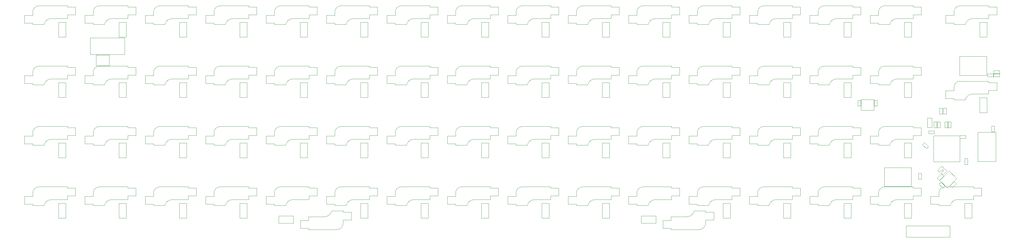
<source format=gbr>
G04 #@! TF.GenerationSoftware,KiCad,Pcbnew,8.0.2-1.fc39*
G04 #@! TF.CreationDate,2024-05-29T21:02:28-04:00*
G04 #@! TF.ProjectId,KeychronQ9OrthoIntegrated,4b657963-6872-46f6-9e51-394f7274686f,rev?*
G04 #@! TF.SameCoordinates,Original*
G04 #@! TF.FileFunction,Other,User*
%FSLAX46Y46*%
G04 Gerber Fmt 4.6, Leading zero omitted, Abs format (unit mm)*
G04 Created by KiCad (PCBNEW 8.0.2-1.fc39) date 2024-05-29 21:02:28*
%MOMM*%
%LPD*%
G01*
G04 APERTURE LIST*
%ADD10C,0.050000*%
G04 APERTURE END LIST*
D10*
G04 #@! TO.C,C2*
X284694448Y-48494600D02*
X285614448Y-48494600D01*
X284694448Y-50314600D02*
X284694448Y-48494600D01*
X285614448Y-48494600D02*
X285614448Y-50314600D01*
X285614448Y-50314600D02*
X284694448Y-50314600D01*
G04 #@! TO.C,MX54*
X111964824Y-78799780D02*
X114564824Y-78799780D01*
X111964824Y-81249780D02*
X111964824Y-78799780D01*
X114564824Y-77799780D02*
X114564824Y-78799780D01*
X114564824Y-81249780D02*
X111964824Y-81249780D01*
X114564824Y-81689780D02*
X114564824Y-81249780D01*
X118155678Y-81689780D02*
X114564824Y-81689780D01*
X120450000Y-79849780D02*
X125514824Y-79849780D01*
X125514824Y-75799780D02*
X116564824Y-75799780D01*
X125514824Y-76229780D02*
X125514824Y-75799780D01*
X125514824Y-76229780D02*
X128064824Y-76229780D01*
X125514824Y-79849780D02*
X125514824Y-78679780D01*
X128064824Y-76229780D02*
X128064824Y-78679780D01*
X128064824Y-78679780D02*
X125514824Y-78679780D01*
X114564824Y-77799780D02*
G75*
G02*
X116564824Y-75799780I2000005J-5D01*
G01*
X118155678Y-81689780D02*
G75*
G02*
X120450000Y-79849780I2294320J-510409D01*
G01*
G04 #@! TO.C,MX9*
X169114824Y-21649780D02*
X171714824Y-21649780D01*
X169114824Y-24099780D02*
X169114824Y-21649780D01*
X171714824Y-20649780D02*
X171714824Y-21649780D01*
X171714824Y-24099780D02*
X169114824Y-24099780D01*
X171714824Y-24539780D02*
X171714824Y-24099780D01*
X175305678Y-24539780D02*
X171714824Y-24539780D01*
X177600000Y-22699780D02*
X182664824Y-22699780D01*
X182664824Y-18649780D02*
X173714824Y-18649780D01*
X182664824Y-19079780D02*
X182664824Y-18649780D01*
X182664824Y-19079780D02*
X185214824Y-19079780D01*
X182664824Y-22699780D02*
X182664824Y-21529780D01*
X185214824Y-19079780D02*
X185214824Y-21529780D01*
X185214824Y-21529780D02*
X182664824Y-21529780D01*
X171714824Y-20649780D02*
G75*
G02*
X173714824Y-18649780I2000005J-5D01*
G01*
X175305678Y-24539780D02*
G75*
G02*
X177600000Y-22699780I2294320J-510409D01*
G01*
G04 #@! TO.C,D6*
X122675000Y-23843750D02*
X124975000Y-23843750D01*
X122675000Y-28543750D02*
X122675000Y-23843750D01*
X122675000Y-28543750D02*
X124975000Y-28543750D01*
X124975000Y-23843750D02*
X124975000Y-28543750D01*
G04 #@! TO.C,D56*
X160775000Y-80993750D02*
X163075000Y-80993750D01*
X160775000Y-85693750D02*
X160775000Y-80993750D01*
X160775000Y-85693750D02*
X163075000Y-85693750D01*
X163075000Y-80993750D02*
X163075000Y-85693750D01*
G04 #@! TO.C,MX37*
X92914824Y-59749780D02*
X95514824Y-59749780D01*
X92914824Y-62199780D02*
X92914824Y-59749780D01*
X95514824Y-58749780D02*
X95514824Y-59749780D01*
X95514824Y-62199780D02*
X92914824Y-62199780D01*
X95514824Y-62639780D02*
X95514824Y-62199780D01*
X99105678Y-62639780D02*
X95514824Y-62639780D01*
X101400000Y-60799780D02*
X106464824Y-60799780D01*
X106464824Y-56749780D02*
X97514824Y-56749780D01*
X106464824Y-57179780D02*
X106464824Y-56749780D01*
X106464824Y-57179780D02*
X109014824Y-57179780D01*
X106464824Y-60799780D02*
X106464824Y-59629780D01*
X109014824Y-57179780D02*
X109014824Y-59629780D01*
X109014824Y-59629780D02*
X106464824Y-59629780D01*
X95514824Y-58749780D02*
G75*
G02*
X97514824Y-56749780I2000005J-5D01*
G01*
X99105678Y-62639780D02*
G75*
G02*
X101400000Y-60799780I2294320J-510409D01*
G01*
G04 #@! TO.C,U2*
X39324185Y-34167548D02*
X39324185Y-37567548D01*
X39324185Y-37567548D02*
X43424183Y-37567548D01*
X43424183Y-34167548D02*
X39324185Y-34167548D01*
X43424183Y-37567548D02*
X43424183Y-34167548D01*
G04 #@! TO.C,D43*
X217925000Y-61943750D02*
X220225000Y-61943750D01*
X217925000Y-66643750D02*
X217925000Y-61943750D01*
X217925000Y-66643750D02*
X220225000Y-66643750D01*
X220225000Y-61943750D02*
X220225000Y-66643750D01*
G04 #@! TO.C,MX20*
X73864824Y-40699780D02*
X76464824Y-40699780D01*
X73864824Y-43149780D02*
X73864824Y-40699780D01*
X76464824Y-39699780D02*
X76464824Y-40699780D01*
X76464824Y-43149780D02*
X73864824Y-43149780D01*
X76464824Y-43589780D02*
X76464824Y-43149780D01*
X80055678Y-43589780D02*
X76464824Y-43589780D01*
X82350000Y-41749780D02*
X87414824Y-41749780D01*
X87414824Y-37699780D02*
X78464824Y-37699780D01*
X87414824Y-38129780D02*
X87414824Y-37699780D01*
X87414824Y-38129780D02*
X89964824Y-38129780D01*
X87414824Y-41749780D02*
X87414824Y-40579780D01*
X89964824Y-38129780D02*
X89964824Y-40579780D01*
X89964824Y-40579780D02*
X87414824Y-40579780D01*
X76464824Y-39699780D02*
G75*
G02*
X78464824Y-37699780I2000005J-5D01*
G01*
X80055678Y-43589780D02*
G75*
G02*
X82350000Y-41749780I2294320J-510409D01*
G01*
G04 #@! TO.C,D1*
X27425000Y-23843750D02*
X29725000Y-23843750D01*
X27425000Y-28543750D02*
X27425000Y-23843750D01*
X27425000Y-28543750D02*
X29725000Y-28543750D01*
X29725000Y-23843750D02*
X29725000Y-28543750D01*
G04 #@! TO.C,D3*
X65525000Y-23843750D02*
X67825000Y-23843750D01*
X65525000Y-28543750D02*
X65525000Y-23843750D01*
X65525000Y-28543750D02*
X67825000Y-28543750D01*
X67825000Y-23843750D02*
X67825000Y-28543750D01*
G04 #@! TO.C,D17*
X27425000Y-42893750D02*
X29725000Y-42893750D01*
X27425000Y-47593750D02*
X27425000Y-42893750D01*
X27425000Y-47593750D02*
X29725000Y-47593750D01*
X29725000Y-42893750D02*
X29725000Y-47593750D01*
G04 #@! TO.C,D11*
X217925000Y-23843750D02*
X220225000Y-23843750D01*
X217925000Y-28543750D02*
X217925000Y-23843750D01*
X217925000Y-28543750D02*
X220225000Y-28543750D01*
X220225000Y-23843750D02*
X220225000Y-28543750D01*
G04 #@! TO.C,D45*
X256025000Y-61943750D02*
X258325000Y-61943750D01*
X256025000Y-66643750D02*
X256025000Y-61943750D01*
X256025000Y-66643750D02*
X258325000Y-66643750D01*
X258325000Y-61943750D02*
X258325000Y-66643750D01*
G04 #@! TO.C,MX49*
X35764824Y-78799780D02*
X38364824Y-78799780D01*
X35764824Y-81249780D02*
X35764824Y-78799780D01*
X38364824Y-77799780D02*
X38364824Y-78799780D01*
X38364824Y-81249780D02*
X35764824Y-81249780D01*
X38364824Y-81689780D02*
X38364824Y-81249780D01*
X41955678Y-81689780D02*
X38364824Y-81689780D01*
X44250000Y-79849780D02*
X49314824Y-79849780D01*
X49314824Y-75799780D02*
X40364824Y-75799780D01*
X49314824Y-76229780D02*
X49314824Y-75799780D01*
X49314824Y-76229780D02*
X51864824Y-76229780D01*
X49314824Y-79849780D02*
X49314824Y-78679780D01*
X51864824Y-76229780D02*
X51864824Y-78679780D01*
X51864824Y-78679780D02*
X49314824Y-78679780D01*
X38364824Y-77799780D02*
G75*
G02*
X40364824Y-75799780I2000005J-5D01*
G01*
X41955678Y-81689780D02*
G75*
G02*
X44250000Y-79849780I2294320J-510409D01*
G01*
G04 #@! TO.C,D64*
X294125000Y-80993750D02*
X296425000Y-80993750D01*
X294125000Y-85693750D02*
X294125000Y-80993750D01*
X294125000Y-85693750D02*
X296425000Y-85693750D01*
X296425000Y-80993750D02*
X296425000Y-85693750D01*
G04 #@! TO.C,MX36*
X73864824Y-59749780D02*
X76464824Y-59749780D01*
X73864824Y-62199780D02*
X73864824Y-59749780D01*
X76464824Y-58749780D02*
X76464824Y-59749780D01*
X76464824Y-62199780D02*
X73864824Y-62199780D01*
X76464824Y-62639780D02*
X76464824Y-62199780D01*
X80055678Y-62639780D02*
X76464824Y-62639780D01*
X82350000Y-60799780D02*
X87414824Y-60799780D01*
X87414824Y-56749780D02*
X78464824Y-56749780D01*
X87414824Y-57179780D02*
X87414824Y-56749780D01*
X87414824Y-57179780D02*
X89964824Y-57179780D01*
X87414824Y-60799780D02*
X87414824Y-59629780D01*
X89964824Y-57179780D02*
X89964824Y-59629780D01*
X89964824Y-59629780D02*
X87414824Y-59629780D01*
X76464824Y-58749780D02*
G75*
G02*
X78464824Y-56749780I2000005J-5D01*
G01*
X80055678Y-62639780D02*
G75*
G02*
X82350000Y-60799780I2294320J-510409D01*
G01*
G04 #@! TO.C,D65*
X313175000Y-80993750D02*
X315475000Y-80993750D01*
X313175000Y-85693750D02*
X313175000Y-80993750D01*
X313175000Y-85693750D02*
X315475000Y-85693750D01*
X315475000Y-80993750D02*
X315475000Y-85693750D01*
G04 #@! TO.C,C1*
X279485468Y-48494600D02*
X280405468Y-48494600D01*
X279485468Y-50314600D02*
X279485468Y-48494600D01*
X280405468Y-48494600D02*
X280405468Y-50314600D01*
X280405468Y-50314600D02*
X279485468Y-50314600D01*
G04 #@! TO.C,MX16*
X307227324Y-21649780D02*
X309827324Y-21649780D01*
X307227324Y-24099780D02*
X307227324Y-21649780D01*
X309827324Y-20649780D02*
X309827324Y-21649780D01*
X309827324Y-24099780D02*
X307227324Y-24099780D01*
X309827324Y-24539780D02*
X309827324Y-24099780D01*
X313418178Y-24539780D02*
X309827324Y-24539780D01*
X315712500Y-22699780D02*
X320777324Y-22699780D01*
X320777324Y-18649780D02*
X311827324Y-18649780D01*
X320777324Y-19079780D02*
X320777324Y-18649780D01*
X320777324Y-19079780D02*
X323327324Y-19079780D01*
X320777324Y-22699780D02*
X320777324Y-21529780D01*
X323327324Y-19079780D02*
X323327324Y-21529780D01*
X323327324Y-21529780D02*
X320777324Y-21529780D01*
X309827324Y-20649780D02*
G75*
G02*
X311827324Y-18649780I2000005J-5D01*
G01*
X313418178Y-24539780D02*
G75*
G02*
X315712500Y-22699780I2294320J-510409D01*
G01*
G04 #@! TO.C,D27*
X217925000Y-42893750D02*
X220225000Y-42893750D01*
X217925000Y-47593750D02*
X217925000Y-42893750D01*
X217925000Y-47593750D02*
X220225000Y-47593750D01*
X220225000Y-42893750D02*
X220225000Y-47593750D01*
G04 #@! TO.C,D59*
X211168750Y-84971875D02*
X211168750Y-87271875D01*
X211168750Y-84971875D02*
X215868750Y-84971875D01*
X215868750Y-84971875D02*
X215868750Y-87271875D01*
X215868750Y-87271875D02*
X211168750Y-87271875D01*
G04 #@! TO.C,MX5*
X92914824Y-21649780D02*
X95514824Y-21649780D01*
X92914824Y-24099780D02*
X92914824Y-21649780D01*
X95514824Y-20649780D02*
X95514824Y-21649780D01*
X95514824Y-24099780D02*
X92914824Y-24099780D01*
X95514824Y-24539780D02*
X95514824Y-24099780D01*
X99105678Y-24539780D02*
X95514824Y-24539780D01*
X101400000Y-22699780D02*
X106464824Y-22699780D01*
X106464824Y-18649780D02*
X97514824Y-18649780D01*
X106464824Y-19079780D02*
X106464824Y-18649780D01*
X106464824Y-19079780D02*
X109014824Y-19079780D01*
X106464824Y-22699780D02*
X106464824Y-21529780D01*
X109014824Y-19079780D02*
X109014824Y-21529780D01*
X109014824Y-21529780D02*
X106464824Y-21529780D01*
X95514824Y-20649780D02*
G75*
G02*
X97514824Y-18649780I2000005J-5D01*
G01*
X99105678Y-24539780D02*
G75*
G02*
X101400000Y-22699780I2294320J-510409D01*
G01*
G04 #@! TO.C,R4*
X322380276Y-40104184D02*
X324240276Y-40104184D01*
X322380276Y-41044184D02*
X322380276Y-40104184D01*
X324240276Y-40104184D02*
X324240276Y-41044184D01*
X324240276Y-41044184D02*
X322380276Y-41044184D01*
G04 #@! TO.C,MX35*
X54814824Y-59749780D02*
X57414824Y-59749780D01*
X54814824Y-62199780D02*
X54814824Y-59749780D01*
X57414824Y-58749780D02*
X57414824Y-59749780D01*
X57414824Y-62199780D02*
X54814824Y-62199780D01*
X57414824Y-62639780D02*
X57414824Y-62199780D01*
X61005678Y-62639780D02*
X57414824Y-62639780D01*
X63300000Y-60799780D02*
X68364824Y-60799780D01*
X68364824Y-56749780D02*
X59414824Y-56749780D01*
X68364824Y-57179780D02*
X68364824Y-56749780D01*
X68364824Y-57179780D02*
X70914824Y-57179780D01*
X68364824Y-60799780D02*
X68364824Y-59629780D01*
X70914824Y-57179780D02*
X70914824Y-59629780D01*
X70914824Y-59629780D02*
X68364824Y-59629780D01*
X57414824Y-58749780D02*
G75*
G02*
X59414824Y-56749780I2000005J-5D01*
G01*
X61005678Y-62639780D02*
G75*
G02*
X63300000Y-60799780I2294320J-510409D01*
G01*
G04 #@! TO.C,D44*
X236975000Y-61943750D02*
X239275000Y-61943750D01*
X236975000Y-66643750D02*
X236975000Y-61943750D01*
X236975000Y-66643750D02*
X239275000Y-66643750D01*
X239275000Y-61943750D02*
X239275000Y-66643750D01*
G04 #@! TO.C,D51*
X84575000Y-80993750D02*
X86875000Y-80993750D01*
X84575000Y-85693750D02*
X84575000Y-80993750D01*
X84575000Y-85693750D02*
X86875000Y-85693750D01*
X86875000Y-80993750D02*
X86875000Y-85693750D01*
G04 #@! TO.C,D22*
X122675000Y-42893750D02*
X124975000Y-42893750D01*
X122675000Y-47593750D02*
X122675000Y-42893750D01*
X122675000Y-47593750D02*
X124975000Y-47593750D01*
X124975000Y-42893750D02*
X124975000Y-47593750D01*
G04 #@! TO.C,MX59*
X207214824Y-78799780D02*
X209814824Y-78799780D01*
X207214824Y-81249780D02*
X207214824Y-78799780D01*
X209814824Y-77799780D02*
X209814824Y-78799780D01*
X209814824Y-81249780D02*
X207214824Y-81249780D01*
X209814824Y-81689780D02*
X209814824Y-81249780D01*
X213405678Y-81689780D02*
X209814824Y-81689780D01*
X215700000Y-79849780D02*
X220764824Y-79849780D01*
X220764824Y-75799780D02*
X211814824Y-75799780D01*
X220764824Y-76229780D02*
X220764824Y-75799780D01*
X220764824Y-76229780D02*
X223314824Y-76229780D01*
X220764824Y-79849780D02*
X220764824Y-78679780D01*
X223314824Y-76229780D02*
X223314824Y-78679780D01*
X223314824Y-78679780D02*
X220764824Y-78679780D01*
X209814824Y-77799780D02*
G75*
G02*
X211814824Y-75799780I2000005J-5D01*
G01*
X213405678Y-81689780D02*
G75*
G02*
X215700000Y-79849780I2294320J-510409D01*
G01*
G04 #@! TO.C,MX30*
X264364824Y-40699780D02*
X266964824Y-40699780D01*
X264364824Y-43149780D02*
X264364824Y-40699780D01*
X266964824Y-39699780D02*
X266964824Y-40699780D01*
X266964824Y-43149780D02*
X264364824Y-43149780D01*
X266964824Y-43589780D02*
X266964824Y-43149780D01*
X270555678Y-43589780D02*
X266964824Y-43589780D01*
X272850000Y-41749780D02*
X277914824Y-41749780D01*
X277914824Y-37699780D02*
X268964824Y-37699780D01*
X277914824Y-38129780D02*
X277914824Y-37699780D01*
X277914824Y-38129780D02*
X280464824Y-38129780D01*
X277914824Y-41749780D02*
X277914824Y-40579780D01*
X280464824Y-38129780D02*
X280464824Y-40579780D01*
X280464824Y-40579780D02*
X277914824Y-40579780D01*
X266964824Y-39699780D02*
G75*
G02*
X268964824Y-37699780I2000005J-5D01*
G01*
X270555678Y-43589780D02*
G75*
G02*
X272850000Y-41749780I2294320J-510409D01*
G01*
G04 #@! TO.C,MX44*
X226264824Y-59749780D02*
X228864824Y-59749780D01*
X226264824Y-62199780D02*
X226264824Y-59749780D01*
X228864824Y-58749780D02*
X228864824Y-59749780D01*
X228864824Y-62199780D02*
X226264824Y-62199780D01*
X228864824Y-62639780D02*
X228864824Y-62199780D01*
X232455678Y-62639780D02*
X228864824Y-62639780D01*
X234750000Y-60799780D02*
X239814824Y-60799780D01*
X239814824Y-56749780D02*
X230864824Y-56749780D01*
X239814824Y-57179780D02*
X239814824Y-56749780D01*
X239814824Y-57179780D02*
X242364824Y-57179780D01*
X239814824Y-60799780D02*
X239814824Y-59629780D01*
X242364824Y-57179780D02*
X242364824Y-59629780D01*
X242364824Y-59629780D02*
X239814824Y-59629780D01*
X228864824Y-58749780D02*
G75*
G02*
X230864824Y-56749780I2000005J-5D01*
G01*
X232455678Y-62639780D02*
G75*
G02*
X234750000Y-60799780I2294320J-510409D01*
G01*
G04 #@! TO.C,R8*
X305278572Y-50955112D02*
X306218572Y-50955112D01*
X305278572Y-52815112D02*
X305278572Y-50955112D01*
X306218572Y-50955112D02*
X306218572Y-52815112D01*
X306218572Y-52815112D02*
X305278572Y-52815112D01*
G04 #@! TO.C,D13*
X256025000Y-23843750D02*
X258325000Y-23843750D01*
X256025000Y-28543750D02*
X256025000Y-23843750D01*
X256025000Y-28543750D02*
X258325000Y-28543750D01*
X258325000Y-23843750D02*
X258325000Y-28543750D01*
G04 #@! TO.C,MX50*
X54814824Y-78799780D02*
X57414824Y-78799780D01*
X54814824Y-81249780D02*
X54814824Y-78799780D01*
X57414824Y-77799780D02*
X57414824Y-78799780D01*
X57414824Y-81249780D02*
X54814824Y-81249780D01*
X57414824Y-81689780D02*
X57414824Y-81249780D01*
X61005678Y-81689780D02*
X57414824Y-81689780D01*
X63300000Y-79849780D02*
X68364824Y-79849780D01*
X68364824Y-75799780D02*
X59414824Y-75799780D01*
X68364824Y-76229780D02*
X68364824Y-75799780D01*
X68364824Y-76229780D02*
X70914824Y-76229780D01*
X68364824Y-79849780D02*
X68364824Y-78679780D01*
X70914824Y-76229780D02*
X70914824Y-78679780D01*
X70914824Y-78679780D02*
X68364824Y-78679780D01*
X57414824Y-77799780D02*
G75*
G02*
X59414824Y-75799780I2000005J-5D01*
G01*
X61005678Y-81689780D02*
G75*
G02*
X63300000Y-79849780I2294320J-510409D01*
G01*
G04 #@! TO.C,D15*
X294125000Y-23843750D02*
X296425000Y-23843750D01*
X294125000Y-28543750D02*
X294125000Y-23843750D01*
X294125000Y-28543750D02*
X296425000Y-28543750D01*
X296425000Y-23843750D02*
X296425000Y-28543750D01*
G04 #@! TO.C,C10*
X308649364Y-75431935D02*
X309936298Y-74145001D01*
X309299902Y-76082473D02*
X308649364Y-75431935D01*
X309936298Y-74145001D02*
X310586836Y-74795539D01*
X310586836Y-74795539D02*
X309299902Y-76082473D01*
G04 #@! TO.C,MX56*
X150064824Y-78799780D02*
X152664824Y-78799780D01*
X150064824Y-81249780D02*
X150064824Y-78799780D01*
X152664824Y-77799780D02*
X152664824Y-78799780D01*
X152664824Y-81249780D02*
X150064824Y-81249780D01*
X152664824Y-81689780D02*
X152664824Y-81249780D01*
X156255678Y-81689780D02*
X152664824Y-81689780D01*
X158550000Y-79849780D02*
X163614824Y-79849780D01*
X163614824Y-75799780D02*
X154664824Y-75799780D01*
X163614824Y-76229780D02*
X163614824Y-75799780D01*
X163614824Y-76229780D02*
X166164824Y-76229780D01*
X163614824Y-79849780D02*
X163614824Y-78679780D01*
X166164824Y-76229780D02*
X166164824Y-78679780D01*
X166164824Y-78679780D02*
X163614824Y-78679780D01*
X152664824Y-77799780D02*
G75*
G02*
X154664824Y-75799780I2000005J-5D01*
G01*
X156255678Y-81689780D02*
G75*
G02*
X158550000Y-79849780I2294320J-510409D01*
G01*
G04 #@! TO.C,D31*
X294125000Y-42893750D02*
X296425000Y-42893750D01*
X294125000Y-47593750D02*
X294125000Y-42893750D01*
X294125000Y-47593750D02*
X296425000Y-47593750D01*
X296425000Y-42893750D02*
X296425000Y-47593750D01*
G04 #@! TO.C,D41*
X179825000Y-61943750D02*
X182125000Y-61943750D01*
X179825000Y-66643750D02*
X179825000Y-61943750D01*
X179825000Y-66643750D02*
X182125000Y-66643750D01*
X182125000Y-61943750D02*
X182125000Y-66643750D01*
G04 #@! TO.C,MX47*
X283414824Y-59749780D02*
X286014824Y-59749780D01*
X283414824Y-62199780D02*
X283414824Y-59749780D01*
X286014824Y-58749780D02*
X286014824Y-59749780D01*
X286014824Y-62199780D02*
X283414824Y-62199780D01*
X286014824Y-62639780D02*
X286014824Y-62199780D01*
X289605678Y-62639780D02*
X286014824Y-62639780D01*
X291900000Y-60799780D02*
X296964824Y-60799780D01*
X296964824Y-56749780D02*
X288014824Y-56749780D01*
X296964824Y-57179780D02*
X296964824Y-56749780D01*
X296964824Y-57179780D02*
X299514824Y-57179780D01*
X296964824Y-60799780D02*
X296964824Y-59629780D01*
X299514824Y-57179780D02*
X299514824Y-59629780D01*
X299514824Y-59629780D02*
X296964824Y-59629780D01*
X286014824Y-58749780D02*
G75*
G02*
X288014824Y-56749780I2000005J-5D01*
G01*
X289605678Y-62639780D02*
G75*
G02*
X291900000Y-60799780I2294320J-510409D01*
G01*
G04 #@! TO.C,R7*
X306469196Y-50955112D02*
X307409196Y-50955112D01*
X306469196Y-52815112D02*
X306469196Y-50955112D01*
X307409196Y-50955112D02*
X307409196Y-52815112D01*
X307409196Y-52815112D02*
X306469196Y-52815112D01*
G04 #@! TO.C,D62*
X256025000Y-80993750D02*
X258325000Y-80993750D01*
X256025000Y-85693750D02*
X256025000Y-80993750D01*
X256025000Y-85693750D02*
X258325000Y-85693750D01*
X258325000Y-80993750D02*
X258325000Y-85693750D01*
G04 #@! TO.C,C7*
X311684660Y-59610652D02*
X313504660Y-59610652D01*
X311684660Y-60530652D02*
X311684660Y-59610652D01*
X313504660Y-59610652D02*
X313504660Y-60530652D01*
X313504660Y-60530652D02*
X311684660Y-60530652D01*
G04 #@! TO.C,D29*
X256025000Y-42893750D02*
X258325000Y-42893750D01*
X256025000Y-47593750D02*
X256025000Y-42893750D01*
X256025000Y-47593750D02*
X258325000Y-47593750D01*
X258325000Y-42893750D02*
X258325000Y-47593750D01*
G04 #@! TO.C,MX42*
X188164824Y-59749780D02*
X190764824Y-59749780D01*
X188164824Y-62199780D02*
X188164824Y-59749780D01*
X190764824Y-58749780D02*
X190764824Y-59749780D01*
X190764824Y-62199780D02*
X188164824Y-62199780D01*
X190764824Y-62639780D02*
X190764824Y-62199780D01*
X194355678Y-62639780D02*
X190764824Y-62639780D01*
X196650000Y-60799780D02*
X201714824Y-60799780D01*
X201714824Y-56749780D02*
X192764824Y-56749780D01*
X201714824Y-57179780D02*
X201714824Y-56749780D01*
X201714824Y-57179780D02*
X204264824Y-57179780D01*
X201714824Y-60799780D02*
X201714824Y-59629780D01*
X204264824Y-57179780D02*
X204264824Y-59629780D01*
X204264824Y-59629780D02*
X201714824Y-59629780D01*
X190764824Y-58749780D02*
G75*
G02*
X192764824Y-56749780I2000005J-5D01*
G01*
X194355678Y-62639780D02*
G75*
G02*
X196650000Y-60799780I2294320J-510409D01*
G01*
G04 #@! TO.C,MX1*
X16714824Y-21649780D02*
X19314824Y-21649780D01*
X16714824Y-24099780D02*
X16714824Y-21649780D01*
X19314824Y-20649780D02*
X19314824Y-21649780D01*
X19314824Y-24099780D02*
X16714824Y-24099780D01*
X19314824Y-24539780D02*
X19314824Y-24099780D01*
X22905678Y-24539780D02*
X19314824Y-24539780D01*
X25200000Y-22699780D02*
X30264824Y-22699780D01*
X30264824Y-18649780D02*
X21314824Y-18649780D01*
X30264824Y-19079780D02*
X30264824Y-18649780D01*
X30264824Y-19079780D02*
X32814824Y-19079780D01*
X30264824Y-22699780D02*
X30264824Y-21529780D01*
X32814824Y-19079780D02*
X32814824Y-21529780D01*
X32814824Y-21529780D02*
X30264824Y-21529780D01*
X19314824Y-20649780D02*
G75*
G02*
X21314824Y-18649780I2000005J-5D01*
G01*
X22905678Y-24539780D02*
G75*
G02*
X25200000Y-22699780I2294320J-510409D01*
G01*
G04 #@! TO.C,D19*
X65525000Y-42893750D02*
X67825000Y-42893750D01*
X65525000Y-47593750D02*
X65525000Y-42893750D01*
X65525000Y-47593750D02*
X67825000Y-47593750D01*
X67825000Y-42893750D02*
X67825000Y-47593750D01*
G04 #@! TO.C,MX65*
X302464824Y-78799780D02*
X305064824Y-78799780D01*
X302464824Y-81249780D02*
X302464824Y-78799780D01*
X305064824Y-77799780D02*
X305064824Y-78799780D01*
X305064824Y-81249780D02*
X302464824Y-81249780D01*
X305064824Y-81689780D02*
X305064824Y-81249780D01*
X308655678Y-81689780D02*
X305064824Y-81689780D01*
X310950000Y-79849780D02*
X316014824Y-79849780D01*
X316014824Y-75799780D02*
X307064824Y-75799780D01*
X316014824Y-76229780D02*
X316014824Y-75799780D01*
X316014824Y-76229780D02*
X318564824Y-76229780D01*
X316014824Y-79849780D02*
X316014824Y-78679780D01*
X318564824Y-76229780D02*
X318564824Y-78679780D01*
X318564824Y-78679780D02*
X316014824Y-78679780D01*
X305064824Y-77799780D02*
G75*
G02*
X307064824Y-75799780I2000005J-5D01*
G01*
X308655678Y-81689780D02*
G75*
G02*
X310950000Y-79849780I2294320J-510409D01*
G01*
G04 #@! TO.C,MX40*
X150064824Y-59749780D02*
X152664824Y-59749780D01*
X150064824Y-62199780D02*
X150064824Y-59749780D01*
X152664824Y-58749780D02*
X152664824Y-59749780D01*
X152664824Y-62199780D02*
X150064824Y-62199780D01*
X152664824Y-62639780D02*
X152664824Y-62199780D01*
X156255678Y-62639780D02*
X152664824Y-62639780D01*
X158550000Y-60799780D02*
X163614824Y-60799780D01*
X163614824Y-56749780D02*
X154664824Y-56749780D01*
X163614824Y-57179780D02*
X163614824Y-56749780D01*
X163614824Y-57179780D02*
X166164824Y-57179780D01*
X163614824Y-60799780D02*
X163614824Y-59629780D01*
X166164824Y-57179780D02*
X166164824Y-59629780D01*
X166164824Y-59629780D02*
X163614824Y-59629780D01*
X152664824Y-58749780D02*
G75*
G02*
X154664824Y-56749780I2000005J-5D01*
G01*
X156255678Y-62639780D02*
G75*
G02*
X158550000Y-60799780I2294320J-510409D01*
G01*
G04 #@! TO.C,D30*
X275075000Y-42893750D02*
X277375000Y-42893750D01*
X275075000Y-47593750D02*
X275075000Y-42893750D01*
X275075000Y-47593750D02*
X277375000Y-47593750D01*
X277375000Y-42893750D02*
X277375000Y-47593750D01*
G04 #@! TO.C,C8*
X314096456Y-66899708D02*
X314096456Y-68719708D01*
X313176456Y-66899708D02*
X314096456Y-66899708D01*
X314096456Y-68719708D02*
X313176456Y-68719708D01*
X313176456Y-68719708D02*
X313176456Y-66899708D01*
G04 #@! TO.C,D12*
X236975000Y-23843750D02*
X239275000Y-23843750D01*
X236975000Y-28543750D02*
X236975000Y-23843750D01*
X236975000Y-28543750D02*
X239275000Y-28543750D01*
X239275000Y-23843750D02*
X239275000Y-28543750D01*
G04 #@! TO.C,C3*
X304544432Y-55291124D02*
X305464432Y-55291124D01*
X304544432Y-57111124D02*
X304544432Y-55291124D01*
X305464432Y-55291124D02*
X305464432Y-57111124D01*
X305464432Y-57111124D02*
X304544432Y-57111124D01*
G04 #@! TO.C,D7*
X141725000Y-23843750D02*
X144025000Y-23843750D01*
X141725000Y-28543750D02*
X141725000Y-23843750D01*
X141725000Y-28543750D02*
X144025000Y-28543750D01*
X144025000Y-23843750D02*
X144025000Y-28543750D01*
G04 #@! TO.C,MX28*
X226264824Y-40699780D02*
X228864824Y-40699780D01*
X226264824Y-43149780D02*
X226264824Y-40699780D01*
X228864824Y-39699780D02*
X228864824Y-40699780D01*
X228864824Y-43149780D02*
X226264824Y-43149780D01*
X228864824Y-43589780D02*
X228864824Y-43149780D01*
X232455678Y-43589780D02*
X228864824Y-43589780D01*
X234750000Y-41749780D02*
X239814824Y-41749780D01*
X239814824Y-37699780D02*
X230864824Y-37699780D01*
X239814824Y-38129780D02*
X239814824Y-37699780D01*
X239814824Y-38129780D02*
X242364824Y-38129780D01*
X239814824Y-41749780D02*
X239814824Y-40579780D01*
X242364824Y-38129780D02*
X242364824Y-40579780D01*
X242364824Y-40579780D02*
X239814824Y-40579780D01*
X228864824Y-39699780D02*
G75*
G02*
X230864824Y-37699780I2000005J-5D01*
G01*
X232455678Y-43589780D02*
G75*
G02*
X234750000Y-41749780I2294320J-510409D01*
G01*
G04 #@! TO.C,D55*
X141725000Y-80993750D02*
X144025000Y-80993750D01*
X141725000Y-85693750D02*
X141725000Y-80993750D01*
X141725000Y-85693750D02*
X144025000Y-85693750D01*
X144025000Y-80993750D02*
X144025000Y-85693750D01*
G04 #@! TO.C,D38*
X122675000Y-61943750D02*
X124975000Y-61943750D01*
X122675000Y-66643750D02*
X122675000Y-61943750D01*
X122675000Y-66643750D02*
X124975000Y-66643750D01*
X124975000Y-61943750D02*
X124975000Y-66643750D01*
G04 #@! TO.C,MX63*
X264364824Y-78799780D02*
X266964824Y-78799780D01*
X264364824Y-81249780D02*
X264364824Y-78799780D01*
X266964824Y-77799780D02*
X266964824Y-78799780D01*
X266964824Y-81249780D02*
X264364824Y-81249780D01*
X266964824Y-81689780D02*
X266964824Y-81249780D01*
X270555678Y-81689780D02*
X266964824Y-81689780D01*
X272850000Y-79849780D02*
X277914824Y-79849780D01*
X277914824Y-75799780D02*
X268964824Y-75799780D01*
X277914824Y-76229780D02*
X277914824Y-75799780D01*
X277914824Y-76229780D02*
X280464824Y-76229780D01*
X277914824Y-79849780D02*
X277914824Y-78679780D01*
X280464824Y-76229780D02*
X280464824Y-78679780D01*
X280464824Y-78679780D02*
X277914824Y-78679780D01*
X266964824Y-77799780D02*
G75*
G02*
X268964824Y-75799780I2000005J-5D01*
G01*
X270555678Y-81689780D02*
G75*
G02*
X272850000Y-79849780I2294320J-510409D01*
G01*
G04 #@! TO.C,D23*
X141725000Y-42893750D02*
X144025000Y-42893750D01*
X141725000Y-47593750D02*
X141725000Y-42893750D01*
X141725000Y-47593750D02*
X144025000Y-47593750D01*
X144025000Y-42893750D02*
X144025000Y-47593750D01*
G04 #@! TO.C,D18*
X46475000Y-42893750D02*
X48775000Y-42893750D01*
X46475000Y-47593750D02*
X46475000Y-42893750D01*
X46475000Y-47593750D02*
X48775000Y-47593750D01*
X48775000Y-42893750D02*
X48775000Y-47593750D01*
G04 #@! TO.C,R6*
X322380276Y-39062388D02*
X324240276Y-39062388D01*
X322380276Y-40002388D02*
X322380276Y-39062388D01*
X324240276Y-39062388D02*
X324240276Y-40002388D01*
X324240276Y-40002388D02*
X322380276Y-40002388D01*
G04 #@! TO.C,MX19*
X54814824Y-40699780D02*
X57414824Y-40699780D01*
X54814824Y-43149780D02*
X54814824Y-40699780D01*
X57414824Y-39699780D02*
X57414824Y-40699780D01*
X57414824Y-43149780D02*
X54814824Y-43149780D01*
X57414824Y-43589780D02*
X57414824Y-43149780D01*
X61005678Y-43589780D02*
X57414824Y-43589780D01*
X63300000Y-41749780D02*
X68364824Y-41749780D01*
X68364824Y-37699780D02*
X59414824Y-37699780D01*
X68364824Y-38129780D02*
X68364824Y-37699780D01*
X68364824Y-38129780D02*
X70914824Y-38129780D01*
X68364824Y-41749780D02*
X68364824Y-40579780D01*
X70914824Y-38129780D02*
X70914824Y-40579780D01*
X70914824Y-40579780D02*
X68364824Y-40579780D01*
X57414824Y-39699780D02*
G75*
G02*
X59414824Y-37699780I2000005J-5D01*
G01*
X61005678Y-43589780D02*
G75*
G02*
X63300000Y-41749780I2294320J-510409D01*
G01*
G04 #@! TO.C,RST1*
X287850000Y-69721032D02*
X296350000Y-69721032D01*
X287850000Y-75721032D02*
X287850000Y-69721032D01*
X296350000Y-69721032D02*
X296350000Y-75721032D01*
X296350000Y-75721032D02*
X287850000Y-75721032D01*
G04 #@! TO.C,MX51*
X73864824Y-78799780D02*
X76464824Y-78799780D01*
X73864824Y-81249780D02*
X73864824Y-78799780D01*
X76464824Y-77799780D02*
X76464824Y-78799780D01*
X76464824Y-81249780D02*
X73864824Y-81249780D01*
X76464824Y-81689780D02*
X76464824Y-81249780D01*
X80055678Y-81689780D02*
X76464824Y-81689780D01*
X82350000Y-79849780D02*
X87414824Y-79849780D01*
X87414824Y-75799780D02*
X78464824Y-75799780D01*
X87414824Y-76229780D02*
X87414824Y-75799780D01*
X87414824Y-76229780D02*
X89964824Y-76229780D01*
X87414824Y-79849780D02*
X87414824Y-78679780D01*
X89964824Y-76229780D02*
X89964824Y-78679780D01*
X89964824Y-78679780D02*
X87414824Y-78679780D01*
X76464824Y-77799780D02*
G75*
G02*
X78464824Y-75799780I2000005J-5D01*
G01*
X80055678Y-81689780D02*
G75*
G02*
X82350000Y-79849780I2294320J-510409D01*
G01*
G04 #@! TO.C,U3*
X303404508Y-59661352D02*
X303404508Y-67921352D01*
X303404508Y-67921352D02*
X311664508Y-67921352D01*
X311664508Y-59661352D02*
X303404508Y-59661352D01*
X311664508Y-67921352D02*
X311664508Y-59661352D01*
G04 #@! TO.C,D21*
X103625000Y-42893750D02*
X105925000Y-42893750D01*
X103625000Y-47593750D02*
X103625000Y-42893750D01*
X103625000Y-47593750D02*
X105925000Y-47593750D01*
X105925000Y-42893750D02*
X105925000Y-47593750D01*
G04 #@! TO.C,D49*
X46475000Y-80993750D02*
X48775000Y-80993750D01*
X46475000Y-85693750D02*
X46475000Y-80993750D01*
X46475000Y-85693750D02*
X48775000Y-85693750D01*
X48775000Y-80993750D02*
X48775000Y-85693750D01*
G04 #@! TO.C,U1*
X280525001Y-48250348D02*
X280525001Y-51650348D01*
X280525001Y-51650348D02*
X284624999Y-51650348D01*
X284624999Y-48250348D02*
X280525001Y-48250348D01*
X284624999Y-51650348D02*
X284624999Y-48250348D01*
G04 #@! TO.C,D52*
X96868750Y-84971875D02*
X96868750Y-87271875D01*
X96868750Y-84971875D02*
X101568750Y-84971875D01*
X101568750Y-84971875D02*
X101568750Y-87271875D01*
X101568750Y-87271875D02*
X96868750Y-87271875D01*
G04 #@! TO.C,MX31*
X283414824Y-40699780D02*
X286014824Y-40699780D01*
X283414824Y-43149780D02*
X283414824Y-40699780D01*
X286014824Y-39699780D02*
X286014824Y-40699780D01*
X286014824Y-43149780D02*
X283414824Y-43149780D01*
X286014824Y-43589780D02*
X286014824Y-43149780D01*
X289605678Y-43589780D02*
X286014824Y-43589780D01*
X291900000Y-41749780D02*
X296964824Y-41749780D01*
X296964824Y-37699780D02*
X288014824Y-37699780D01*
X296964824Y-38129780D02*
X296964824Y-37699780D01*
X296964824Y-38129780D02*
X299514824Y-38129780D01*
X296964824Y-41749780D02*
X296964824Y-40579780D01*
X299514824Y-38129780D02*
X299514824Y-40579780D01*
X299514824Y-40579780D02*
X296964824Y-40579780D01*
X286014824Y-39699780D02*
G75*
G02*
X288014824Y-37699780I2000005J-5D01*
G01*
X289605678Y-43589780D02*
G75*
G02*
X291900000Y-41749780I2294320J-510409D01*
G01*
G04 #@! TO.C,D4*
X84575000Y-23843750D02*
X86875000Y-23843750D01*
X84575000Y-28543750D02*
X84575000Y-23843750D01*
X84575000Y-28543750D02*
X86875000Y-28543750D01*
X86875000Y-23843750D02*
X86875000Y-28543750D01*
G04 #@! TO.C,MX10*
X188164824Y-21649780D02*
X190764824Y-21649780D01*
X188164824Y-24099780D02*
X188164824Y-21649780D01*
X190764824Y-20649780D02*
X190764824Y-21649780D01*
X190764824Y-24099780D02*
X188164824Y-24099780D01*
X190764824Y-24539780D02*
X190764824Y-24099780D01*
X194355678Y-24539780D02*
X190764824Y-24539780D01*
X196650000Y-22699780D02*
X201714824Y-22699780D01*
X201714824Y-18649780D02*
X192764824Y-18649780D01*
X201714824Y-19079780D02*
X201714824Y-18649780D01*
X201714824Y-19079780D02*
X204264824Y-19079780D01*
X201714824Y-22699780D02*
X201714824Y-21529780D01*
X204264824Y-19079780D02*
X204264824Y-21529780D01*
X204264824Y-21529780D02*
X201714824Y-21529780D01*
X190764824Y-20649780D02*
G75*
G02*
X192764824Y-18649780I2000005J-5D01*
G01*
X194355678Y-24539780D02*
G75*
G02*
X196650000Y-22699780I2294320J-510409D01*
G01*
G04 #@! TO.C,D50*
X65525000Y-80993750D02*
X67825000Y-80993750D01*
X65525000Y-85693750D02*
X65525000Y-80993750D01*
X65525000Y-85693750D02*
X67825000Y-85693750D01*
X67825000Y-80993750D02*
X67825000Y-85693750D01*
G04 #@! TO.C,MX12*
X226264824Y-21649780D02*
X228864824Y-21649780D01*
X226264824Y-24099780D02*
X226264824Y-21649780D01*
X228864824Y-20649780D02*
X228864824Y-21649780D01*
X228864824Y-24099780D02*
X226264824Y-24099780D01*
X228864824Y-24539780D02*
X228864824Y-24099780D01*
X232455678Y-24539780D02*
X228864824Y-24539780D01*
X234750000Y-22699780D02*
X239814824Y-22699780D01*
X239814824Y-18649780D02*
X230864824Y-18649780D01*
X239814824Y-19079780D02*
X239814824Y-18649780D01*
X239814824Y-19079780D02*
X242364824Y-19079780D01*
X239814824Y-22699780D02*
X239814824Y-21529780D01*
X242364824Y-19079780D02*
X242364824Y-21529780D01*
X242364824Y-21529780D02*
X239814824Y-21529780D01*
X228864824Y-20649780D02*
G75*
G02*
X230864824Y-18649780I2000005J-5D01*
G01*
X232455678Y-24539780D02*
G75*
G02*
X234750000Y-22699780I2294320J-510409D01*
G01*
G04 #@! TO.C,MX23*
X131014824Y-40699780D02*
X133614824Y-40699780D01*
X131014824Y-43149780D02*
X131014824Y-40699780D01*
X133614824Y-39699780D02*
X133614824Y-40699780D01*
X133614824Y-43149780D02*
X131014824Y-43149780D01*
X133614824Y-43589780D02*
X133614824Y-43149780D01*
X137205678Y-43589780D02*
X133614824Y-43589780D01*
X139500000Y-41749780D02*
X144564824Y-41749780D01*
X144564824Y-37699780D02*
X135614824Y-37699780D01*
X144564824Y-38129780D02*
X144564824Y-37699780D01*
X144564824Y-38129780D02*
X147114824Y-38129780D01*
X144564824Y-41749780D02*
X144564824Y-40579780D01*
X147114824Y-38129780D02*
X147114824Y-40579780D01*
X147114824Y-40579780D02*
X144564824Y-40579780D01*
X133614824Y-39699780D02*
G75*
G02*
X135614824Y-37699780I2000005J-5D01*
G01*
X137205678Y-43589780D02*
G75*
G02*
X139500000Y-41749780I2294320J-510409D01*
G01*
G04 #@! TO.C,MX17*
X16714824Y-40699780D02*
X19314824Y-40699780D01*
X16714824Y-43149780D02*
X16714824Y-40699780D01*
X19314824Y-39699780D02*
X19314824Y-40699780D01*
X19314824Y-43149780D02*
X16714824Y-43149780D01*
X19314824Y-43589780D02*
X19314824Y-43149780D01*
X22905678Y-43589780D02*
X19314824Y-43589780D01*
X25200000Y-41749780D02*
X30264824Y-41749780D01*
X30264824Y-37699780D02*
X21314824Y-37699780D01*
X30264824Y-38129780D02*
X30264824Y-37699780D01*
X30264824Y-38129780D02*
X32814824Y-38129780D01*
X30264824Y-41749780D02*
X30264824Y-40579780D01*
X32814824Y-38129780D02*
X32814824Y-40579780D01*
X32814824Y-40579780D02*
X30264824Y-40579780D01*
X19314824Y-39699780D02*
G75*
G02*
X21314824Y-37699780I2000005J-5D01*
G01*
X22905678Y-43589780D02*
G75*
G02*
X25200000Y-41749780I2294320J-510409D01*
G01*
G04 #@! TO.C,J1*
X37462464Y-28802708D02*
X37462464Y-34002708D01*
X37462464Y-34002708D02*
X48262464Y-34002708D01*
X48262464Y-28802708D02*
X37462464Y-28802708D01*
X48262464Y-34002708D02*
X48262464Y-28802708D01*
G04 #@! TO.C,MX24*
X150064824Y-40699780D02*
X152664824Y-40699780D01*
X150064824Y-43149780D02*
X150064824Y-40699780D01*
X152664824Y-39699780D02*
X152664824Y-40699780D01*
X152664824Y-43149780D02*
X150064824Y-43149780D01*
X152664824Y-43589780D02*
X152664824Y-43149780D01*
X156255678Y-43589780D02*
X152664824Y-43589780D01*
X158550000Y-41749780D02*
X163614824Y-41749780D01*
X163614824Y-37699780D02*
X154664824Y-37699780D01*
X163614824Y-38129780D02*
X163614824Y-37699780D01*
X163614824Y-38129780D02*
X166164824Y-38129780D01*
X163614824Y-41749780D02*
X163614824Y-40579780D01*
X166164824Y-38129780D02*
X166164824Y-40579780D01*
X166164824Y-40579780D02*
X163614824Y-40579780D01*
X152664824Y-39699780D02*
G75*
G02*
X154664824Y-37699780I2000005J-5D01*
G01*
X156255678Y-43589780D02*
G75*
G02*
X158550000Y-41749780I2294320J-510409D01*
G01*
G04 #@! TO.C,D61*
X236975000Y-80993750D02*
X239275000Y-80993750D01*
X236975000Y-85693750D02*
X236975000Y-80993750D01*
X236975000Y-85693750D02*
X239275000Y-85693750D01*
X239275000Y-80993750D02*
X239275000Y-85693750D01*
G04 #@! TO.C,D35*
X65525000Y-61943750D02*
X67825000Y-61943750D01*
X65525000Y-66643750D02*
X65525000Y-61943750D01*
X65525000Y-66643750D02*
X67825000Y-66643750D01*
X67825000Y-61943750D02*
X67825000Y-66643750D01*
G04 #@! TO.C,C13*
X307610276Y-70777183D02*
X306323342Y-72064117D01*
X306959738Y-70126645D02*
X307610276Y-70777183D01*
X306323342Y-72064117D02*
X305672804Y-71413579D01*
X305672804Y-71413579D02*
X306959738Y-70126645D01*
G04 #@! TO.C,D32*
X317937500Y-47656250D02*
X320237500Y-47656250D01*
X317937500Y-52356250D02*
X317937500Y-47656250D01*
X317937500Y-52356250D02*
X320237500Y-52356250D01*
X320237500Y-47656250D02*
X320237500Y-52356250D01*
G04 #@! TO.C,MX27*
X207214824Y-40699780D02*
X209814824Y-40699780D01*
X207214824Y-43149780D02*
X207214824Y-40699780D01*
X209814824Y-39699780D02*
X209814824Y-40699780D01*
X209814824Y-43149780D02*
X207214824Y-43149780D01*
X209814824Y-43589780D02*
X209814824Y-43149780D01*
X213405678Y-43589780D02*
X209814824Y-43589780D01*
X215700000Y-41749780D02*
X220764824Y-41749780D01*
X220764824Y-37699780D02*
X211814824Y-37699780D01*
X220764824Y-38129780D02*
X220764824Y-37699780D01*
X220764824Y-38129780D02*
X223314824Y-38129780D01*
X220764824Y-41749780D02*
X220764824Y-40579780D01*
X223314824Y-38129780D02*
X223314824Y-40579780D01*
X223314824Y-40579780D02*
X220764824Y-40579780D01*
X209814824Y-39699780D02*
G75*
G02*
X211814824Y-37699780I2000005J-5D01*
G01*
X213405678Y-43589780D02*
G75*
G02*
X215700000Y-41749780I2294320J-510409D01*
G01*
G04 #@! TO.C,MX26*
X188164824Y-40699780D02*
X190764824Y-40699780D01*
X188164824Y-43149780D02*
X188164824Y-40699780D01*
X190764824Y-39699780D02*
X190764824Y-40699780D01*
X190764824Y-43149780D02*
X188164824Y-43149780D01*
X190764824Y-43589780D02*
X190764824Y-43149780D01*
X194355678Y-43589780D02*
X190764824Y-43589780D01*
X196650000Y-41749780D02*
X201714824Y-41749780D01*
X201714824Y-37699780D02*
X192764824Y-37699780D01*
X201714824Y-38129780D02*
X201714824Y-37699780D01*
X201714824Y-38129780D02*
X204264824Y-38129780D01*
X201714824Y-41749780D02*
X201714824Y-40579780D01*
X204264824Y-38129780D02*
X204264824Y-40579780D01*
X204264824Y-40579780D02*
X201714824Y-40579780D01*
X190764824Y-39699780D02*
G75*
G02*
X192764824Y-37699780I2000005J-5D01*
G01*
X194355678Y-43589780D02*
G75*
G02*
X196650000Y-41749780I2294320J-510409D01*
G01*
G04 #@! TO.C,D48*
X27425000Y-80993750D02*
X29725000Y-80993750D01*
X27425000Y-85693750D02*
X27425000Y-80993750D01*
X27425000Y-85693750D02*
X29725000Y-85693750D01*
X29725000Y-80993750D02*
X29725000Y-85693750D01*
G04 #@! TO.C,D26*
X198875000Y-42893750D02*
X201175000Y-42893750D01*
X198875000Y-47593750D02*
X198875000Y-42893750D01*
X198875000Y-47593750D02*
X201175000Y-47593750D01*
X201175000Y-42893750D02*
X201175000Y-47593750D01*
G04 #@! TO.C,MX13*
X245314824Y-21649780D02*
X247914824Y-21649780D01*
X245314824Y-24099780D02*
X245314824Y-21649780D01*
X247914824Y-20649780D02*
X247914824Y-21649780D01*
X247914824Y-24099780D02*
X245314824Y-24099780D01*
X247914824Y-24539780D02*
X247914824Y-24099780D01*
X251505678Y-24539780D02*
X247914824Y-24539780D01*
X253800000Y-22699780D02*
X258864824Y-22699780D01*
X258864824Y-18649780D02*
X249914824Y-18649780D01*
X258864824Y-19079780D02*
X258864824Y-18649780D01*
X258864824Y-19079780D02*
X261414824Y-19079780D01*
X258864824Y-22699780D02*
X258864824Y-21529780D01*
X261414824Y-19079780D02*
X261414824Y-21529780D01*
X261414824Y-21529780D02*
X258864824Y-21529780D01*
X247914824Y-20649780D02*
G75*
G02*
X249914824Y-18649780I2000005J-5D01*
G01*
X251505678Y-24539780D02*
G75*
G02*
X253800000Y-22699780I2294320J-510409D01*
G01*
G04 #@! TO.C,MX53*
X103710176Y-86420220D02*
X106260176Y-86420220D01*
X103710176Y-88870220D02*
X103710176Y-86420220D01*
X106260176Y-85250220D02*
X106260176Y-86420220D01*
X106260176Y-88870220D02*
X103710176Y-88870220D01*
X106260176Y-88870220D02*
X106260176Y-89300220D01*
X106260176Y-89300220D02*
X115210176Y-89300220D01*
X111325000Y-85250220D02*
X106260176Y-85250220D01*
X113619322Y-83410220D02*
X117210176Y-83410220D01*
X117210176Y-83410220D02*
X117210176Y-83850220D01*
X117210176Y-83850220D02*
X119810176Y-83850220D01*
X117210176Y-87300220D02*
X117210176Y-86300220D01*
X119810176Y-83850220D02*
X119810176Y-86300220D01*
X119810176Y-86300220D02*
X117210176Y-86300220D01*
X113619322Y-83410220D02*
G75*
G02*
X111325000Y-85250220I-2294320J510409D01*
G01*
X117210176Y-87300220D02*
G75*
G02*
X115210176Y-89300220I-2000005J5D01*
G01*
G04 #@! TO.C,C5*
X301446700Y-54125812D02*
X302906700Y-54125812D01*
X301446700Y-57085812D02*
X301446700Y-54125812D01*
X302906700Y-54125812D02*
X302906700Y-57085812D01*
X302906700Y-57085812D02*
X301446700Y-57085812D01*
G04 #@! TO.C,D39*
X141725000Y-61943750D02*
X144025000Y-61943750D01*
X141725000Y-66643750D02*
X141725000Y-61943750D01*
X141725000Y-66643750D02*
X144025000Y-66643750D01*
X144025000Y-61943750D02*
X144025000Y-66643750D01*
G04 #@! TO.C,Y1*
X310667998Y-73193786D02*
X308263835Y-70789623D01*
X308263835Y-70789623D02*
X305293986Y-73759472D01*
X307698149Y-76163635D02*
X310667998Y-73193786D01*
X305293986Y-73759472D02*
X307698149Y-76163635D01*
G04 #@! TO.C,MX62*
X245314824Y-78799780D02*
X247914824Y-78799780D01*
X245314824Y-81249780D02*
X245314824Y-78799780D01*
X247914824Y-77799780D02*
X247914824Y-78799780D01*
X247914824Y-81249780D02*
X245314824Y-81249780D01*
X247914824Y-81689780D02*
X247914824Y-81249780D01*
X251505678Y-81689780D02*
X247914824Y-81689780D01*
X253800000Y-79849780D02*
X258864824Y-79849780D01*
X258864824Y-75799780D02*
X249914824Y-75799780D01*
X258864824Y-76229780D02*
X258864824Y-75799780D01*
X258864824Y-76229780D02*
X261414824Y-76229780D01*
X258864824Y-79849780D02*
X258864824Y-78679780D01*
X261414824Y-76229780D02*
X261414824Y-78679780D01*
X261414824Y-78679780D02*
X258864824Y-78679780D01*
X247914824Y-77799780D02*
G75*
G02*
X249914824Y-75799780I2000005J-5D01*
G01*
X251505678Y-81689780D02*
G75*
G02*
X253800000Y-79849780I2294320J-510409D01*
G01*
G04 #@! TO.C,C16*
X307967476Y-55291124D02*
X308887476Y-55291124D01*
X307967476Y-57111124D02*
X307967476Y-55291124D01*
X308887476Y-55291124D02*
X308887476Y-57111124D01*
X308887476Y-57111124D02*
X307967476Y-57111124D01*
G04 #@! TO.C,MX4*
X73864824Y-21649780D02*
X76464824Y-21649780D01*
X73864824Y-24099780D02*
X73864824Y-21649780D01*
X76464824Y-20649780D02*
X76464824Y-21649780D01*
X76464824Y-24099780D02*
X73864824Y-24099780D01*
X76464824Y-24539780D02*
X76464824Y-24099780D01*
X80055678Y-24539780D02*
X76464824Y-24539780D01*
X82350000Y-22699780D02*
X87414824Y-22699780D01*
X87414824Y-18649780D02*
X78464824Y-18649780D01*
X87414824Y-19079780D02*
X87414824Y-18649780D01*
X87414824Y-19079780D02*
X89964824Y-19079780D01*
X87414824Y-22699780D02*
X87414824Y-21529780D01*
X89964824Y-19079780D02*
X89964824Y-21529780D01*
X89964824Y-21529780D02*
X87414824Y-21529780D01*
X76464824Y-20649780D02*
G75*
G02*
X78464824Y-18649780I2000005J-5D01*
G01*
X80055678Y-24539780D02*
G75*
G02*
X82350000Y-22699780I2294320J-510409D01*
G01*
G04 #@! TO.C,MX43*
X207214824Y-59749780D02*
X209814824Y-59749780D01*
X207214824Y-62199780D02*
X207214824Y-59749780D01*
X209814824Y-58749780D02*
X209814824Y-59749780D01*
X209814824Y-62199780D02*
X207214824Y-62199780D01*
X209814824Y-62639780D02*
X209814824Y-62199780D01*
X213405678Y-62639780D02*
X209814824Y-62639780D01*
X215700000Y-60799780D02*
X220764824Y-60799780D01*
X220764824Y-56749780D02*
X211814824Y-56749780D01*
X220764824Y-57179780D02*
X220764824Y-56749780D01*
X220764824Y-57179780D02*
X223314824Y-57179780D01*
X220764824Y-60799780D02*
X220764824Y-59629780D01*
X223314824Y-57179780D02*
X223314824Y-59629780D01*
X223314824Y-59629780D02*
X220764824Y-59629780D01*
X209814824Y-58749780D02*
G75*
G02*
X211814824Y-56749780I2000005J-5D01*
G01*
X213405678Y-62639780D02*
G75*
G02*
X215700000Y-60799780I2294320J-510409D01*
G01*
G04 #@! TO.C,MX52*
X92914824Y-78799780D02*
X95514824Y-78799780D01*
X92914824Y-81249780D02*
X92914824Y-78799780D01*
X95514824Y-77799780D02*
X95514824Y-78799780D01*
X95514824Y-81249780D02*
X92914824Y-81249780D01*
X95514824Y-81689780D02*
X95514824Y-81249780D01*
X99105678Y-81689780D02*
X95514824Y-81689780D01*
X101400000Y-79849780D02*
X106464824Y-79849780D01*
X106464824Y-75799780D02*
X97514824Y-75799780D01*
X106464824Y-76229780D02*
X106464824Y-75799780D01*
X106464824Y-76229780D02*
X109014824Y-76229780D01*
X106464824Y-79849780D02*
X106464824Y-78679780D01*
X109014824Y-76229780D02*
X109014824Y-78679780D01*
X109014824Y-78679780D02*
X106464824Y-78679780D01*
X95514824Y-77799780D02*
G75*
G02*
X97514824Y-75799780I2000005J-5D01*
G01*
X99105678Y-81689780D02*
G75*
G02*
X101400000Y-79849780I2294320J-510409D01*
G01*
G04 #@! TO.C,MX41*
X169114824Y-59749780D02*
X171714824Y-59749780D01*
X169114824Y-62199780D02*
X169114824Y-59749780D01*
X171714824Y-58749780D02*
X171714824Y-59749780D01*
X171714824Y-62199780D02*
X169114824Y-62199780D01*
X171714824Y-62639780D02*
X171714824Y-62199780D01*
X175305678Y-62639780D02*
X171714824Y-62639780D01*
X177600000Y-60799780D02*
X182664824Y-60799780D01*
X182664824Y-56749780D02*
X173714824Y-56749780D01*
X182664824Y-57179780D02*
X182664824Y-56749780D01*
X182664824Y-57179780D02*
X185214824Y-57179780D01*
X182664824Y-60799780D02*
X182664824Y-59629780D01*
X185214824Y-57179780D02*
X185214824Y-59629780D01*
X185214824Y-59629780D02*
X182664824Y-59629780D01*
X171714824Y-58749780D02*
G75*
G02*
X173714824Y-56749780I2000005J-5D01*
G01*
X175305678Y-62639780D02*
G75*
G02*
X177600000Y-60799780I2294320J-510409D01*
G01*
G04 #@! TO.C,D9*
X179825000Y-23843750D02*
X182125000Y-23843750D01*
X179825000Y-28543750D02*
X179825000Y-23843750D01*
X179825000Y-28543750D02*
X182125000Y-28543750D01*
X182125000Y-23843750D02*
X182125000Y-28543750D01*
G04 #@! TO.C,MX15*
X283414824Y-21649780D02*
X286014824Y-21649780D01*
X283414824Y-24099780D02*
X283414824Y-21649780D01*
X286014824Y-20649780D02*
X286014824Y-21649780D01*
X286014824Y-24099780D02*
X283414824Y-24099780D01*
X286014824Y-24539780D02*
X286014824Y-24099780D01*
X289605678Y-24539780D02*
X286014824Y-24539780D01*
X291900000Y-22699780D02*
X296964824Y-22699780D01*
X296964824Y-18649780D02*
X288014824Y-18649780D01*
X296964824Y-19079780D02*
X296964824Y-18649780D01*
X296964824Y-19079780D02*
X299514824Y-19079780D01*
X296964824Y-22699780D02*
X296964824Y-21529780D01*
X299514824Y-19079780D02*
X299514824Y-21529780D01*
X299514824Y-21529780D02*
X296964824Y-21529780D01*
X286014824Y-20649780D02*
G75*
G02*
X288014824Y-18649780I2000005J-5D01*
G01*
X289605678Y-24539780D02*
G75*
G02*
X291900000Y-22699780I2294320J-510409D01*
G01*
G04 #@! TO.C,C11*
X321659652Y-58450576D02*
X321659652Y-56630576D01*
X322579652Y-58450576D02*
X321659652Y-58450576D01*
X321659652Y-56630576D02*
X322579652Y-56630576D01*
X322579652Y-56630576D02*
X322579652Y-58450576D01*
G04 #@! TO.C,MX57*
X169114824Y-78799780D02*
X171714824Y-78799780D01*
X169114824Y-81249780D02*
X169114824Y-78799780D01*
X171714824Y-77799780D02*
X171714824Y-78799780D01*
X171714824Y-81249780D02*
X169114824Y-81249780D01*
X171714824Y-81689780D02*
X171714824Y-81249780D01*
X175305678Y-81689780D02*
X171714824Y-81689780D01*
X177600000Y-79849780D02*
X182664824Y-79849780D01*
X182664824Y-75799780D02*
X173714824Y-75799780D01*
X182664824Y-76229780D02*
X182664824Y-75799780D01*
X182664824Y-76229780D02*
X185214824Y-76229780D01*
X182664824Y-79849780D02*
X182664824Y-78679780D01*
X185214824Y-76229780D02*
X185214824Y-78679780D01*
X185214824Y-78679780D02*
X182664824Y-78679780D01*
X171714824Y-77799780D02*
G75*
G02*
X173714824Y-75799780I2000005J-5D01*
G01*
X175305678Y-81689780D02*
G75*
G02*
X177600000Y-79849780I2294320J-510409D01*
G01*
G04 #@! TO.C,D58*
X198875000Y-80993750D02*
X201175000Y-80993750D01*
X198875000Y-85693750D02*
X198875000Y-80993750D01*
X198875000Y-85693750D02*
X201175000Y-85693750D01*
X201175000Y-80993750D02*
X201175000Y-85693750D01*
G04 #@! TO.C,MX38*
X111964824Y-59749780D02*
X114564824Y-59749780D01*
X111964824Y-62199780D02*
X111964824Y-59749780D01*
X114564824Y-58749780D02*
X114564824Y-59749780D01*
X114564824Y-62199780D02*
X111964824Y-62199780D01*
X114564824Y-62639780D02*
X114564824Y-62199780D01*
X118155678Y-62639780D02*
X114564824Y-62639780D01*
X120450000Y-60799780D02*
X125514824Y-60799780D01*
X125514824Y-56749780D02*
X116564824Y-56749780D01*
X125514824Y-57179780D02*
X125514824Y-56749780D01*
X125514824Y-57179780D02*
X128064824Y-57179780D01*
X125514824Y-60799780D02*
X125514824Y-59629780D01*
X128064824Y-57179780D02*
X128064824Y-59629780D01*
X128064824Y-59629780D02*
X125514824Y-59629780D01*
X114564824Y-58749780D02*
G75*
G02*
X116564824Y-56749780I2000005J-5D01*
G01*
X118155678Y-62639780D02*
G75*
G02*
X120450000Y-60799780I2294320J-510409D01*
G01*
G04 #@! TO.C,D37*
X103625000Y-61943750D02*
X105925000Y-61943750D01*
X103625000Y-66643750D02*
X103625000Y-61943750D01*
X103625000Y-66643750D02*
X105925000Y-66643750D01*
X105925000Y-61943750D02*
X105925000Y-66643750D01*
G04 #@! TO.C,D40*
X160775000Y-61943750D02*
X163075000Y-61943750D01*
X160775000Y-66643750D02*
X160775000Y-61943750D01*
X160775000Y-66643750D02*
X163075000Y-66643750D01*
X163075000Y-61943750D02*
X163075000Y-66643750D01*
G04 #@! TO.C,MX14*
X264364824Y-21649780D02*
X266964824Y-21649780D01*
X264364824Y-24099780D02*
X264364824Y-21649780D01*
X266964824Y-20649780D02*
X266964824Y-21649780D01*
X266964824Y-24099780D02*
X264364824Y-24099780D01*
X266964824Y-24539780D02*
X266964824Y-24099780D01*
X270555678Y-24539780D02*
X266964824Y-24539780D01*
X272850000Y-22699780D02*
X277914824Y-22699780D01*
X277914824Y-18649780D02*
X268964824Y-18649780D01*
X277914824Y-19079780D02*
X277914824Y-18649780D01*
X277914824Y-19079780D02*
X280464824Y-19079780D01*
X277914824Y-22699780D02*
X277914824Y-21529780D01*
X280464824Y-19079780D02*
X280464824Y-21529780D01*
X280464824Y-21529780D02*
X277914824Y-21529780D01*
X266964824Y-20649780D02*
G75*
G02*
X268964824Y-18649780I2000005J-5D01*
G01*
X270555678Y-24539780D02*
G75*
G02*
X272850000Y-22699780I2294320J-510409D01*
G01*
G04 #@! TO.C,R3*
X320445512Y-40104184D02*
X322305512Y-40104184D01*
X320445512Y-41044184D02*
X320445512Y-40104184D01*
X322305512Y-40104184D02*
X322305512Y-41044184D01*
X322305512Y-41044184D02*
X320445512Y-41044184D01*
G04 #@! TO.C,MX11*
X207214824Y-21649780D02*
X209814824Y-21649780D01*
X207214824Y-24099780D02*
X207214824Y-21649780D01*
X209814824Y-20649780D02*
X209814824Y-21649780D01*
X209814824Y-24099780D02*
X207214824Y-24099780D01*
X209814824Y-24539780D02*
X209814824Y-24099780D01*
X213405678Y-24539780D02*
X209814824Y-24539780D01*
X215700000Y-22699780D02*
X220764824Y-22699780D01*
X220764824Y-18649780D02*
X211814824Y-18649780D01*
X220764824Y-19079780D02*
X220764824Y-18649780D01*
X220764824Y-19079780D02*
X223314824Y-19079780D01*
X220764824Y-22699780D02*
X220764824Y-21529780D01*
X223314824Y-19079780D02*
X223314824Y-21529780D01*
X223314824Y-21529780D02*
X220764824Y-21529780D01*
X209814824Y-20649780D02*
G75*
G02*
X211814824Y-18649780I2000005J-5D01*
G01*
X213405678Y-24539780D02*
G75*
G02*
X215700000Y-22699780I2294320J-510409D01*
G01*
G04 #@! TO.C,U4*
X317324888Y-67846040D02*
X323044888Y-67846040D01*
X323044888Y-67846040D02*
X323044888Y-58546040D01*
X317324888Y-58546040D02*
X317324888Y-67846040D01*
X323044888Y-58546040D02*
X317324888Y-58546040D01*
G04 #@! TO.C,MX48*
X16714824Y-78799780D02*
X19314824Y-78799780D01*
X16714824Y-81249780D02*
X16714824Y-78799780D01*
X19314824Y-77799780D02*
X19314824Y-78799780D01*
X19314824Y-81249780D02*
X16714824Y-81249780D01*
X19314824Y-81689780D02*
X19314824Y-81249780D01*
X22905678Y-81689780D02*
X19314824Y-81689780D01*
X25200000Y-79849780D02*
X30264824Y-79849780D01*
X30264824Y-75799780D02*
X21314824Y-75799780D01*
X30264824Y-76229780D02*
X30264824Y-75799780D01*
X30264824Y-76229780D02*
X32814824Y-76229780D01*
X30264824Y-79849780D02*
X30264824Y-78679780D01*
X32814824Y-76229780D02*
X32814824Y-78679780D01*
X32814824Y-78679780D02*
X30264824Y-78679780D01*
X19314824Y-77799780D02*
G75*
G02*
X21314824Y-75799780I2000005J-5D01*
G01*
X22905678Y-81689780D02*
G75*
G02*
X25200000Y-79849780I2294320J-510409D01*
G01*
G04 #@! TO.C,D42*
X198875000Y-61943750D02*
X201175000Y-61943750D01*
X198875000Y-66643750D02*
X198875000Y-61943750D01*
X198875000Y-66643750D02*
X201175000Y-66643750D01*
X201175000Y-61943750D02*
X201175000Y-66643750D01*
G04 #@! TO.C,D14*
X275075000Y-23843750D02*
X277375000Y-23843750D01*
X275075000Y-28543750D02*
X275075000Y-23843750D01*
X275075000Y-28543750D02*
X277375000Y-28543750D01*
X277375000Y-23843750D02*
X277375000Y-28543750D01*
G04 #@! TO.C,MX21*
X92914824Y-40699780D02*
X95514824Y-40699780D01*
X92914824Y-43149780D02*
X92914824Y-40699780D01*
X95514824Y-39699780D02*
X95514824Y-40699780D01*
X95514824Y-43149780D02*
X92914824Y-43149780D01*
X95514824Y-43589780D02*
X95514824Y-43149780D01*
X99105678Y-43589780D02*
X95514824Y-43589780D01*
X101400000Y-41749780D02*
X106464824Y-41749780D01*
X106464824Y-37699780D02*
X97514824Y-37699780D01*
X106464824Y-38129780D02*
X106464824Y-37699780D01*
X106464824Y-38129780D02*
X109014824Y-38129780D01*
X106464824Y-41749780D02*
X106464824Y-40579780D01*
X109014824Y-38129780D02*
X109014824Y-40579780D01*
X109014824Y-40579780D02*
X106464824Y-40579780D01*
X95514824Y-39699780D02*
G75*
G02*
X97514824Y-37699780I2000005J-5D01*
G01*
X99105678Y-43589780D02*
G75*
G02*
X101400000Y-41749780I2294320J-510409D01*
G01*
G04 #@! TO.C,MX25*
X169114824Y-40699780D02*
X171714824Y-40699780D01*
X169114824Y-43149780D02*
X169114824Y-40699780D01*
X171714824Y-39699780D02*
X171714824Y-40699780D01*
X171714824Y-43149780D02*
X169114824Y-43149780D01*
X171714824Y-43589780D02*
X171714824Y-43149780D01*
X175305678Y-43589780D02*
X171714824Y-43589780D01*
X177600000Y-41749780D02*
X182664824Y-41749780D01*
X182664824Y-37699780D02*
X173714824Y-37699780D01*
X182664824Y-38129780D02*
X182664824Y-37699780D01*
X182664824Y-38129780D02*
X185214824Y-38129780D01*
X182664824Y-41749780D02*
X182664824Y-40579780D01*
X185214824Y-38129780D02*
X185214824Y-40579780D01*
X185214824Y-40579780D02*
X182664824Y-40579780D01*
X171714824Y-39699780D02*
G75*
G02*
X173714824Y-37699780I2000005J-5D01*
G01*
X175305678Y-43589780D02*
G75*
G02*
X177600000Y-41749780I2294320J-510409D01*
G01*
G04 #@! TO.C,D28*
X236975000Y-42893750D02*
X239275000Y-42893750D01*
X236975000Y-47593750D02*
X236975000Y-42893750D01*
X236975000Y-47593750D02*
X239275000Y-47593750D01*
X239275000Y-42893750D02*
X239275000Y-47593750D01*
G04 #@! TO.C,D10*
X198875000Y-23843750D02*
X201175000Y-23843750D01*
X198875000Y-28543750D02*
X198875000Y-23843750D01*
X198875000Y-28543750D02*
X201175000Y-28543750D01*
X201175000Y-23843750D02*
X201175000Y-28543750D01*
G04 #@! TO.C,MX32*
X307227324Y-45462280D02*
X309827324Y-45462280D01*
X307227324Y-47912280D02*
X307227324Y-45462280D01*
X309827324Y-44462280D02*
X309827324Y-45462280D01*
X309827324Y-47912280D02*
X307227324Y-47912280D01*
X309827324Y-48352280D02*
X309827324Y-47912280D01*
X313418178Y-48352280D02*
X309827324Y-48352280D01*
X315712500Y-46512280D02*
X320777324Y-46512280D01*
X320777324Y-42462280D02*
X311827324Y-42462280D01*
X320777324Y-42892280D02*
X320777324Y-42462280D01*
X320777324Y-42892280D02*
X323327324Y-42892280D01*
X320777324Y-46512280D02*
X320777324Y-45342280D01*
X323327324Y-42892280D02*
X323327324Y-45342280D01*
X323327324Y-45342280D02*
X320777324Y-45342280D01*
X309827324Y-44462280D02*
G75*
G02*
X311827324Y-42462280I2000005J-5D01*
G01*
X313418178Y-48352280D02*
G75*
G02*
X315712500Y-46512280I2294320J-510409D01*
G01*
G04 #@! TO.C,C12*
X305077492Y-74944367D02*
X305728030Y-74293829D01*
X305728030Y-74293829D02*
X307014964Y-75580763D01*
X306364426Y-76231301D02*
X305077492Y-74944367D01*
X307014964Y-75580763D02*
X306364426Y-76231301D01*
G04 #@! TO.C,MX22*
X111964824Y-40699780D02*
X114564824Y-40699780D01*
X111964824Y-43149780D02*
X111964824Y-40699780D01*
X114564824Y-39699780D02*
X114564824Y-40699780D01*
X114564824Y-43149780D02*
X111964824Y-43149780D01*
X114564824Y-43589780D02*
X114564824Y-43149780D01*
X118155678Y-43589780D02*
X114564824Y-43589780D01*
X120450000Y-41749780D02*
X125514824Y-41749780D01*
X125514824Y-37699780D02*
X116564824Y-37699780D01*
X125514824Y-38129780D02*
X125514824Y-37699780D01*
X125514824Y-38129780D02*
X128064824Y-38129780D01*
X125514824Y-41749780D02*
X125514824Y-40579780D01*
X128064824Y-38129780D02*
X128064824Y-40579780D01*
X128064824Y-40579780D02*
X125514824Y-40579780D01*
X114564824Y-39699780D02*
G75*
G02*
X116564824Y-37699780I2000005J-5D01*
G01*
X118155678Y-43589780D02*
G75*
G02*
X120450000Y-41749780I2294320J-510409D01*
G01*
G04 #@! TO.C,D54*
X122675000Y-80993750D02*
X124975000Y-80993750D01*
X122675000Y-85693750D02*
X122675000Y-80993750D01*
X122675000Y-85693750D02*
X124975000Y-85693750D01*
X124975000Y-80993750D02*
X124975000Y-85693750D01*
G04 #@! TO.C,D16*
X317937500Y-23843750D02*
X320237500Y-23843750D01*
X317937500Y-28543750D02*
X317937500Y-23843750D01*
X317937500Y-28543750D02*
X320237500Y-28543750D01*
X320237500Y-23843750D02*
X320237500Y-28543750D01*
G04 #@! TO.C,MX46*
X264364824Y-59749780D02*
X266964824Y-59749780D01*
X264364824Y-62199780D02*
X264364824Y-59749780D01*
X266964824Y-58749780D02*
X266964824Y-59749780D01*
X266964824Y-62199780D02*
X264364824Y-62199780D01*
X266964824Y-62639780D02*
X266964824Y-62199780D01*
X270555678Y-62639780D02*
X266964824Y-62639780D01*
X272850000Y-60799780D02*
X277914824Y-60799780D01*
X277914824Y-56749780D02*
X268964824Y-56749780D01*
X277914824Y-57179780D02*
X277914824Y-56749780D01*
X277914824Y-57179780D02*
X280464824Y-57179780D01*
X277914824Y-60799780D02*
X277914824Y-59629780D01*
X280464824Y-57179780D02*
X280464824Y-59629780D01*
X280464824Y-59629780D02*
X277914824Y-59629780D01*
X266964824Y-58749780D02*
G75*
G02*
X268964824Y-56749780I2000005J-5D01*
G01*
X270555678Y-62639780D02*
G75*
G02*
X272850000Y-60799780I2294320J-510409D01*
G01*
G04 #@! TO.C,D36*
X84575000Y-61943750D02*
X86875000Y-61943750D01*
X84575000Y-66643750D02*
X84575000Y-61943750D01*
X84575000Y-66643750D02*
X86875000Y-66643750D01*
X86875000Y-61943750D02*
X86875000Y-66643750D01*
G04 #@! TO.C,D33*
X27425000Y-61943750D02*
X29725000Y-61943750D01*
X27425000Y-66643750D02*
X27425000Y-61943750D01*
X27425000Y-66643750D02*
X29725000Y-66643750D01*
X29725000Y-61943750D02*
X29725000Y-66643750D01*
G04 #@! TO.C,MX39*
X131014824Y-59749780D02*
X133614824Y-59749780D01*
X131014824Y-62199780D02*
X131014824Y-59749780D01*
X133614824Y-58749780D02*
X133614824Y-59749780D01*
X133614824Y-62199780D02*
X131014824Y-62199780D01*
X133614824Y-62639780D02*
X133614824Y-62199780D01*
X137205678Y-62639780D02*
X133614824Y-62639780D01*
X139500000Y-60799780D02*
X144564824Y-60799780D01*
X144564824Y-56749780D02*
X135614824Y-56749780D01*
X144564824Y-57179780D02*
X144564824Y-56749780D01*
X144564824Y-57179780D02*
X147114824Y-57179780D01*
X144564824Y-60799780D02*
X144564824Y-59629780D01*
X147114824Y-57179780D02*
X147114824Y-59629780D01*
X147114824Y-59629780D02*
X144564824Y-59629780D01*
X133614824Y-58749780D02*
G75*
G02*
X135614824Y-56749780I2000005J-5D01*
G01*
X137205678Y-62639780D02*
G75*
G02*
X139500000Y-60799780I2294320J-510409D01*
G01*
G04 #@! TO.C,D63*
X275075000Y-80993750D02*
X277375000Y-80993750D01*
X275075000Y-85693750D02*
X275075000Y-80993750D01*
X275075000Y-85693750D02*
X277375000Y-85693750D01*
X277375000Y-80993750D02*
X277375000Y-85693750D01*
G04 #@! TO.C,BOOT1*
X311618876Y-34597624D02*
X320118876Y-34597624D01*
X311618876Y-40597624D02*
X311618876Y-34597624D01*
X320118876Y-34597624D02*
X320118876Y-40597624D01*
X320118876Y-40597624D02*
X311618876Y-40597624D01*
G04 #@! TO.C,C4*
X306568480Y-69872758D02*
X305281546Y-71159692D01*
X305917942Y-69222220D02*
X306568480Y-69872758D01*
X305281546Y-71159692D02*
X304631008Y-70509154D01*
X304631008Y-70509154D02*
X305917942Y-69222220D01*
G04 #@! TO.C,MX29*
X245314824Y-40699780D02*
X247914824Y-40699780D01*
X245314824Y-43149780D02*
X245314824Y-40699780D01*
X247914824Y-39699780D02*
X247914824Y-40699780D01*
X247914824Y-43149780D02*
X245314824Y-43149780D01*
X247914824Y-43589780D02*
X247914824Y-43149780D01*
X251505678Y-43589780D02*
X247914824Y-43589780D01*
X253800000Y-41749780D02*
X258864824Y-41749780D01*
X258864824Y-37699780D02*
X249914824Y-37699780D01*
X258864824Y-38129780D02*
X258864824Y-37699780D01*
X258864824Y-38129780D02*
X261414824Y-38129780D01*
X258864824Y-41749780D02*
X258864824Y-40579780D01*
X261414824Y-38129780D02*
X261414824Y-40579780D01*
X261414824Y-40579780D02*
X258864824Y-40579780D01*
X247914824Y-39699780D02*
G75*
G02*
X249914824Y-37699780I2000005J-5D01*
G01*
X251505678Y-43589780D02*
G75*
G02*
X253800000Y-41749780I2294320J-510409D01*
G01*
G04 #@! TO.C,MX61*
X226264824Y-78799780D02*
X228864824Y-78799780D01*
X226264824Y-81249780D02*
X226264824Y-78799780D01*
X228864824Y-77799780D02*
X228864824Y-78799780D01*
X228864824Y-81249780D02*
X226264824Y-81249780D01*
X228864824Y-81689780D02*
X228864824Y-81249780D01*
X232455678Y-81689780D02*
X228864824Y-81689780D01*
X234750000Y-79849780D02*
X239814824Y-79849780D01*
X239814824Y-75799780D02*
X230864824Y-75799780D01*
X239814824Y-76229780D02*
X239814824Y-75799780D01*
X239814824Y-76229780D02*
X242364824Y-76229780D01*
X239814824Y-79849780D02*
X239814824Y-78679780D01*
X242364824Y-76229780D02*
X242364824Y-78679780D01*
X242364824Y-78679780D02*
X239814824Y-78679780D01*
X228864824Y-77799780D02*
G75*
G02*
X230864824Y-75799780I2000005J-5D01*
G01*
X232455678Y-81689780D02*
G75*
G02*
X234750000Y-79849780I2294320J-510409D01*
G01*
G04 #@! TO.C,MX33*
X16714824Y-59749780D02*
X19314824Y-59749780D01*
X16714824Y-62199780D02*
X16714824Y-59749780D01*
X19314824Y-58749780D02*
X19314824Y-59749780D01*
X19314824Y-62199780D02*
X16714824Y-62199780D01*
X19314824Y-62639780D02*
X19314824Y-62199780D01*
X22905678Y-62639780D02*
X19314824Y-62639780D01*
X25200000Y-60799780D02*
X30264824Y-60799780D01*
X30264824Y-56749780D02*
X21314824Y-56749780D01*
X30264824Y-57179780D02*
X30264824Y-56749780D01*
X30264824Y-57179780D02*
X32814824Y-57179780D01*
X30264824Y-60799780D02*
X30264824Y-59629780D01*
X32814824Y-57179780D02*
X32814824Y-59629780D01*
X32814824Y-59629780D02*
X30264824Y-59629780D01*
X19314824Y-58749780D02*
G75*
G02*
X21314824Y-56749780I2000005J-5D01*
G01*
X22905678Y-62639780D02*
G75*
G02*
X25200000Y-60799780I2294320J-510409D01*
G01*
G04 #@! TO.C,D2*
X46475000Y-23843750D02*
X48775000Y-23843750D01*
X46475000Y-28543750D02*
X46475000Y-23843750D01*
X46475000Y-28543750D02*
X48775000Y-28543750D01*
X48775000Y-23843750D02*
X48775000Y-28543750D01*
G04 #@! TO.C,MX34*
X35764824Y-59749780D02*
X38364824Y-59749780D01*
X35764824Y-62199780D02*
X35764824Y-59749780D01*
X38364824Y-58749780D02*
X38364824Y-59749780D01*
X38364824Y-62199780D02*
X35764824Y-62199780D01*
X38364824Y-62639780D02*
X38364824Y-62199780D01*
X41955678Y-62639780D02*
X38364824Y-62639780D01*
X44250000Y-60799780D02*
X49314824Y-60799780D01*
X49314824Y-56749780D02*
X40364824Y-56749780D01*
X49314824Y-57179780D02*
X49314824Y-56749780D01*
X49314824Y-57179780D02*
X51864824Y-57179780D01*
X49314824Y-60799780D02*
X49314824Y-59629780D01*
X51864824Y-57179780D02*
X51864824Y-59629780D01*
X51864824Y-59629780D02*
X49314824Y-59629780D01*
X38364824Y-58749780D02*
G75*
G02*
X40364824Y-56749780I2000005J-5D01*
G01*
X41955678Y-62639780D02*
G75*
G02*
X44250000Y-60799780I2294320J-510409D01*
G01*
G04 #@! TO.C,C14*
X303502636Y-55291124D02*
X304422636Y-55291124D01*
X303502636Y-57111124D02*
X303502636Y-55291124D01*
X304422636Y-55291124D02*
X304422636Y-57111124D01*
X304422636Y-57111124D02*
X303502636Y-57111124D01*
G04 #@! TO.C,D46*
X275075000Y-61943750D02*
X277375000Y-61943750D01*
X275075000Y-66643750D02*
X275075000Y-61943750D01*
X275075000Y-66643750D02*
X277375000Y-66643750D01*
X277375000Y-61943750D02*
X277375000Y-66643750D01*
G04 #@! TO.C,D25*
X179825000Y-42893750D02*
X182125000Y-42893750D01*
X179825000Y-47593750D02*
X179825000Y-42893750D01*
X179825000Y-47593750D02*
X182125000Y-47593750D01*
X182125000Y-42893750D02*
X182125000Y-47593750D01*
G04 #@! TO.C,D47*
X294125000Y-61943750D02*
X296425000Y-61943750D01*
X294125000Y-66643750D02*
X294125000Y-61943750D01*
X294125000Y-66643750D02*
X296425000Y-66643750D01*
X296425000Y-61943750D02*
X296425000Y-66643750D01*
G04 #@! TO.C,J3*
X294784432Y-88092112D02*
X294784432Y-91692112D01*
X294784432Y-91692112D02*
X308534432Y-91692112D01*
X308534432Y-88092112D02*
X294784432Y-88092112D01*
X308534432Y-91692112D02*
X308534432Y-88092112D01*
G04 #@! TO.C,MX45*
X245314824Y-59749780D02*
X247914824Y-59749780D01*
X245314824Y-62199780D02*
X245314824Y-59749780D01*
X247914824Y-58749780D02*
X247914824Y-59749780D01*
X247914824Y-62199780D02*
X245314824Y-62199780D01*
X247914824Y-62639780D02*
X247914824Y-62199780D01*
X251505678Y-62639780D02*
X247914824Y-62639780D01*
X253800000Y-60799780D02*
X258864824Y-60799780D01*
X258864824Y-56749780D02*
X249914824Y-56749780D01*
X258864824Y-57179780D02*
X258864824Y-56749780D01*
X258864824Y-57179780D02*
X261414824Y-57179780D01*
X258864824Y-60799780D02*
X258864824Y-59629780D01*
X261414824Y-57179780D02*
X261414824Y-59629780D01*
X261414824Y-59629780D02*
X258864824Y-59629780D01*
X247914824Y-58749780D02*
G75*
G02*
X249914824Y-56749780I2000005J-5D01*
G01*
X251505678Y-62639780D02*
G75*
G02*
X253800000Y-60799780I2294320J-510409D01*
G01*
G04 #@! TO.C,D57*
X179825000Y-80993750D02*
X182125000Y-80993750D01*
X179825000Y-85693750D02*
X179825000Y-80993750D01*
X179825000Y-85693750D02*
X182125000Y-85693750D01*
X182125000Y-80993750D02*
X182125000Y-85693750D01*
G04 #@! TO.C,R5*
X298674280Y-71534384D02*
X299614280Y-71534384D01*
X298674280Y-73394384D02*
X298674280Y-71534384D01*
X299614280Y-71534384D02*
X299614280Y-73394384D01*
X299614280Y-73394384D02*
X298674280Y-73394384D01*
G04 #@! TO.C,MX64*
X283414824Y-78799780D02*
X286014824Y-78799780D01*
X283414824Y-81249780D02*
X283414824Y-78799780D01*
X286014824Y-77799780D02*
X286014824Y-78799780D01*
X286014824Y-81249780D02*
X283414824Y-81249780D01*
X286014824Y-81689780D02*
X286014824Y-81249780D01*
X289605678Y-81689780D02*
X286014824Y-81689780D01*
X291900000Y-79849780D02*
X296964824Y-79849780D01*
X296964824Y-75799780D02*
X288014824Y-75799780D01*
X296964824Y-76229780D02*
X296964824Y-75799780D01*
X296964824Y-76229780D02*
X299514824Y-76229780D01*
X296964824Y-79849780D02*
X296964824Y-78679780D01*
X299514824Y-76229780D02*
X299514824Y-78679780D01*
X299514824Y-78679780D02*
X296964824Y-78679780D01*
X286014824Y-77799780D02*
G75*
G02*
X288014824Y-75799780I2000005J-5D01*
G01*
X289605678Y-81689780D02*
G75*
G02*
X291900000Y-79849780I2294320J-510409D01*
G01*
G04 #@! TO.C,MX18*
X35764824Y-40699780D02*
X38364824Y-40699780D01*
X35764824Y-43149780D02*
X35764824Y-40699780D01*
X38364824Y-39699780D02*
X38364824Y-40699780D01*
X38364824Y-43149780D02*
X35764824Y-43149780D01*
X38364824Y-43589780D02*
X38364824Y-43149780D01*
X41955678Y-43589780D02*
X38364824Y-43589780D01*
X44250000Y-41749780D02*
X49314824Y-41749780D01*
X49314824Y-37699780D02*
X40364824Y-37699780D01*
X49314824Y-38129780D02*
X49314824Y-37699780D01*
X49314824Y-38129780D02*
X51864824Y-38129780D01*
X49314824Y-41749780D02*
X49314824Y-40579780D01*
X51864824Y-38129780D02*
X51864824Y-40579780D01*
X51864824Y-40579780D02*
X49314824Y-40579780D01*
X38364824Y-39699780D02*
G75*
G02*
X40364824Y-37699780I2000005J-5D01*
G01*
X41955678Y-43589780D02*
G75*
G02*
X44250000Y-41749780I2294320J-510409D01*
G01*
G04 #@! TO.C,D8*
X160775000Y-23843750D02*
X163075000Y-23843750D01*
X160775000Y-28543750D02*
X160775000Y-23843750D01*
X160775000Y-28543750D02*
X163075000Y-28543750D01*
X163075000Y-23843750D02*
X163075000Y-28543750D01*
G04 #@! TO.C,C9*
X299868512Y-62431358D02*
X300519050Y-61780820D01*
X300519050Y-61780820D02*
X301805984Y-63067754D01*
X301155446Y-63718292D02*
X299868512Y-62431358D01*
X301805984Y-63067754D02*
X301155446Y-63718292D01*
G04 #@! TO.C,C15*
X306925680Y-55291124D02*
X307845680Y-55291124D01*
X306925680Y-57111124D02*
X306925680Y-55291124D01*
X307845680Y-55291124D02*
X307845680Y-57111124D01*
X307845680Y-57111124D02*
X306925680Y-57111124D01*
G04 #@! TO.C,D24*
X160775000Y-42893750D02*
X163075000Y-42893750D01*
X160775000Y-47593750D02*
X160775000Y-42893750D01*
X160775000Y-47593750D02*
X163075000Y-47593750D01*
X163075000Y-42893750D02*
X163075000Y-47593750D01*
G04 #@! TO.C,MX55*
X131014824Y-78799780D02*
X133614824Y-78799780D01*
X131014824Y-81249780D02*
X131014824Y-78799780D01*
X133614824Y-77799780D02*
X133614824Y-78799780D01*
X133614824Y-81249780D02*
X131014824Y-81249780D01*
X133614824Y-81689780D02*
X133614824Y-81249780D01*
X137205678Y-81689780D02*
X133614824Y-81689780D01*
X139500000Y-79849780D02*
X144564824Y-79849780D01*
X144564824Y-75799780D02*
X135614824Y-75799780D01*
X144564824Y-76229780D02*
X144564824Y-75799780D01*
X144564824Y-76229780D02*
X147114824Y-76229780D01*
X144564824Y-79849780D02*
X144564824Y-78679780D01*
X147114824Y-76229780D02*
X147114824Y-78679780D01*
X147114824Y-78679780D02*
X144564824Y-78679780D01*
X133614824Y-77799780D02*
G75*
G02*
X135614824Y-75799780I2000005J-5D01*
G01*
X137205678Y-81689780D02*
G75*
G02*
X139500000Y-79849780I2294320J-510409D01*
G01*
G04 #@! TO.C,MX60*
X218010176Y-86420220D02*
X220560176Y-86420220D01*
X218010176Y-88870220D02*
X218010176Y-86420220D01*
X220560176Y-85250220D02*
X220560176Y-86420220D01*
X220560176Y-88870220D02*
X218010176Y-88870220D01*
X220560176Y-88870220D02*
X220560176Y-89300220D01*
X220560176Y-89300220D02*
X229510176Y-89300220D01*
X225625000Y-85250220D02*
X220560176Y-85250220D01*
X227919322Y-83410220D02*
X231510176Y-83410220D01*
X231510176Y-83410220D02*
X231510176Y-83850220D01*
X231510176Y-83850220D02*
X234110176Y-83850220D01*
X231510176Y-87300220D02*
X231510176Y-86300220D01*
X234110176Y-83850220D02*
X234110176Y-86300220D01*
X234110176Y-86300220D02*
X231510176Y-86300220D01*
X227919322Y-83410220D02*
G75*
G02*
X225625000Y-85250220I-2294320J510409D01*
G01*
X231510176Y-87300220D02*
G75*
G02*
X229510176Y-89300220I-2000005J5D01*
G01*
G04 #@! TO.C,C6*
X301862012Y-58122372D02*
X303682012Y-58122372D01*
X301862012Y-59042372D02*
X301862012Y-58122372D01*
X303682012Y-58122372D02*
X303682012Y-59042372D01*
X303682012Y-59042372D02*
X301862012Y-59042372D01*
G04 #@! TO.C,D34*
X46475000Y-61943750D02*
X48775000Y-61943750D01*
X46475000Y-66643750D02*
X46475000Y-61943750D01*
X46475000Y-66643750D02*
X48775000Y-66643750D01*
X48775000Y-61943750D02*
X48775000Y-66643750D01*
G04 #@! TO.C,MX2*
X35764824Y-21649780D02*
X38364824Y-21649780D01*
X35764824Y-24099780D02*
X35764824Y-21649780D01*
X38364824Y-20649780D02*
X38364824Y-21649780D01*
X38364824Y-24099780D02*
X35764824Y-24099780D01*
X38364824Y-24539780D02*
X38364824Y-24099780D01*
X41955678Y-24539780D02*
X38364824Y-24539780D01*
X44250000Y-22699780D02*
X49314824Y-22699780D01*
X49314824Y-18649780D02*
X40364824Y-18649780D01*
X49314824Y-19079780D02*
X49314824Y-18649780D01*
X49314824Y-19079780D02*
X51864824Y-19079780D01*
X49314824Y-22699780D02*
X49314824Y-21529780D01*
X51864824Y-19079780D02*
X51864824Y-21529780D01*
X51864824Y-21529780D02*
X49314824Y-21529780D01*
X38364824Y-20649780D02*
G75*
G02*
X40364824Y-18649780I2000005J-5D01*
G01*
X41955678Y-24539780D02*
G75*
G02*
X44250000Y-22699780I2294320J-510409D01*
G01*
G04 #@! TO.C,MX58*
X188164824Y-78799780D02*
X190764824Y-78799780D01*
X188164824Y-81249780D02*
X188164824Y-78799780D01*
X190764824Y-77799780D02*
X190764824Y-78799780D01*
X190764824Y-81249780D02*
X188164824Y-81249780D01*
X190764824Y-81689780D02*
X190764824Y-81249780D01*
X194355678Y-81689780D02*
X190764824Y-81689780D01*
X196650000Y-79849780D02*
X201714824Y-79849780D01*
X201714824Y-75799780D02*
X192764824Y-75799780D01*
X201714824Y-76229780D02*
X201714824Y-75799780D01*
X201714824Y-76229780D02*
X204264824Y-76229780D01*
X201714824Y-79849780D02*
X201714824Y-78679780D01*
X204264824Y-76229780D02*
X204264824Y-78679780D01*
X204264824Y-78679780D02*
X201714824Y-78679780D01*
X190764824Y-77799780D02*
G75*
G02*
X192764824Y-75799780I2000005J-5D01*
G01*
X194355678Y-81689780D02*
G75*
G02*
X196650000Y-79849780I2294320J-510409D01*
G01*
G04 #@! TO.C,MX6*
X111964824Y-21649780D02*
X114564824Y-21649780D01*
X111964824Y-24099780D02*
X111964824Y-21649780D01*
X114564824Y-20649780D02*
X114564824Y-21649780D01*
X114564824Y-24099780D02*
X111964824Y-24099780D01*
X114564824Y-24539780D02*
X114564824Y-24099780D01*
X118155678Y-24539780D02*
X114564824Y-24539780D01*
X120450000Y-22699780D02*
X125514824Y-22699780D01*
X125514824Y-18649780D02*
X116564824Y-18649780D01*
X125514824Y-19079780D02*
X125514824Y-18649780D01*
X125514824Y-19079780D02*
X128064824Y-19079780D01*
X125514824Y-22699780D02*
X125514824Y-21529780D01*
X128064824Y-19079780D02*
X128064824Y-21529780D01*
X128064824Y-21529780D02*
X125514824Y-21529780D01*
X114564824Y-20649780D02*
G75*
G02*
X116564824Y-18649780I2000005J-5D01*
G01*
X118155678Y-24539780D02*
G75*
G02*
X120450000Y-22699780I2294320J-510409D01*
G01*
G04 #@! TO.C,D20*
X84575000Y-42893750D02*
X86875000Y-42893750D01*
X84575000Y-47593750D02*
X84575000Y-42893750D01*
X84575000Y-47593750D02*
X86875000Y-47593750D01*
X86875000Y-42893750D02*
X86875000Y-47593750D01*
G04 #@! TO.C,MX8*
X150064824Y-21649780D02*
X152664824Y-21649780D01*
X150064824Y-24099780D02*
X150064824Y-21649780D01*
X152664824Y-20649780D02*
X152664824Y-21649780D01*
X152664824Y-24099780D02*
X150064824Y-24099780D01*
X152664824Y-24539780D02*
X152664824Y-24099780D01*
X156255678Y-24539780D02*
X152664824Y-24539780D01*
X158550000Y-22699780D02*
X163614824Y-22699780D01*
X163614824Y-18649780D02*
X154664824Y-18649780D01*
X163614824Y-19079780D02*
X163614824Y-18649780D01*
X163614824Y-19079780D02*
X166164824Y-19079780D01*
X163614824Y-22699780D02*
X163614824Y-21529780D01*
X166164824Y-19079780D02*
X166164824Y-21529780D01*
X166164824Y-21529780D02*
X163614824Y-21529780D01*
X152664824Y-20649780D02*
G75*
G02*
X154664824Y-18649780I2000005J-5D01*
G01*
X156255678Y-24539780D02*
G75*
G02*
X158550000Y-22699780I2294320J-510409D01*
G01*
G04 #@! TO.C,R9*
X306589693Y-72407220D02*
X305274475Y-73722438D01*
X305925013Y-71742540D02*
X306589693Y-72407220D01*
X305274475Y-73722438D02*
X304609795Y-73057758D01*
X304609795Y-73057758D02*
X305925013Y-71742540D01*
G04 #@! TO.C,MX7*
X131014824Y-21649780D02*
X133614824Y-21649780D01*
X131014824Y-24099780D02*
X131014824Y-21649780D01*
X133614824Y-20649780D02*
X133614824Y-21649780D01*
X133614824Y-24099780D02*
X131014824Y-24099780D01*
X133614824Y-24539780D02*
X133614824Y-24099780D01*
X137205678Y-24539780D02*
X133614824Y-24539780D01*
X139500000Y-22699780D02*
X144564824Y-22699780D01*
X144564824Y-18649780D02*
X135614824Y-18649780D01*
X144564824Y-19079780D02*
X144564824Y-18649780D01*
X144564824Y-19079780D02*
X147114824Y-19079780D01*
X144564824Y-22699780D02*
X144564824Y-21529780D01*
X147114824Y-19079780D02*
X147114824Y-21529780D01*
X147114824Y-21529780D02*
X144564824Y-21529780D01*
X133614824Y-20649780D02*
G75*
G02*
X135614824Y-18649780I2000005J-5D01*
G01*
X137205678Y-24539780D02*
G75*
G02*
X139500000Y-22699780I2294320J-510409D01*
G01*
G04 #@! TO.C,MX3*
X54814824Y-21649780D02*
X57414824Y-21649780D01*
X54814824Y-24099780D02*
X54814824Y-21649780D01*
X57414824Y-20649780D02*
X57414824Y-21649780D01*
X57414824Y-24099780D02*
X54814824Y-24099780D01*
X57414824Y-24539780D02*
X57414824Y-24099780D01*
X61005678Y-24539780D02*
X57414824Y-24539780D01*
X63300000Y-22699780D02*
X68364824Y-22699780D01*
X68364824Y-18649780D02*
X59414824Y-18649780D01*
X68364824Y-19079780D02*
X68364824Y-18649780D01*
X68364824Y-19079780D02*
X70914824Y-19079780D01*
X68364824Y-22699780D02*
X68364824Y-21529780D01*
X70914824Y-19079780D02*
X70914824Y-21529780D01*
X70914824Y-21529780D02*
X68364824Y-21529780D01*
X57414824Y-20649780D02*
G75*
G02*
X59414824Y-18649780I2000005J-5D01*
G01*
X61005678Y-24539780D02*
G75*
G02*
X63300000Y-22699780I2294320J-510409D01*
G01*
G04 #@! TO.C,D5*
X103625000Y-23843750D02*
X105925000Y-23843750D01*
X103625000Y-28543750D02*
X103625000Y-23843750D01*
X103625000Y-28543750D02*
X105925000Y-28543750D01*
X105925000Y-23843750D02*
X105925000Y-28543750D01*
G04 #@! TD*
M02*

</source>
